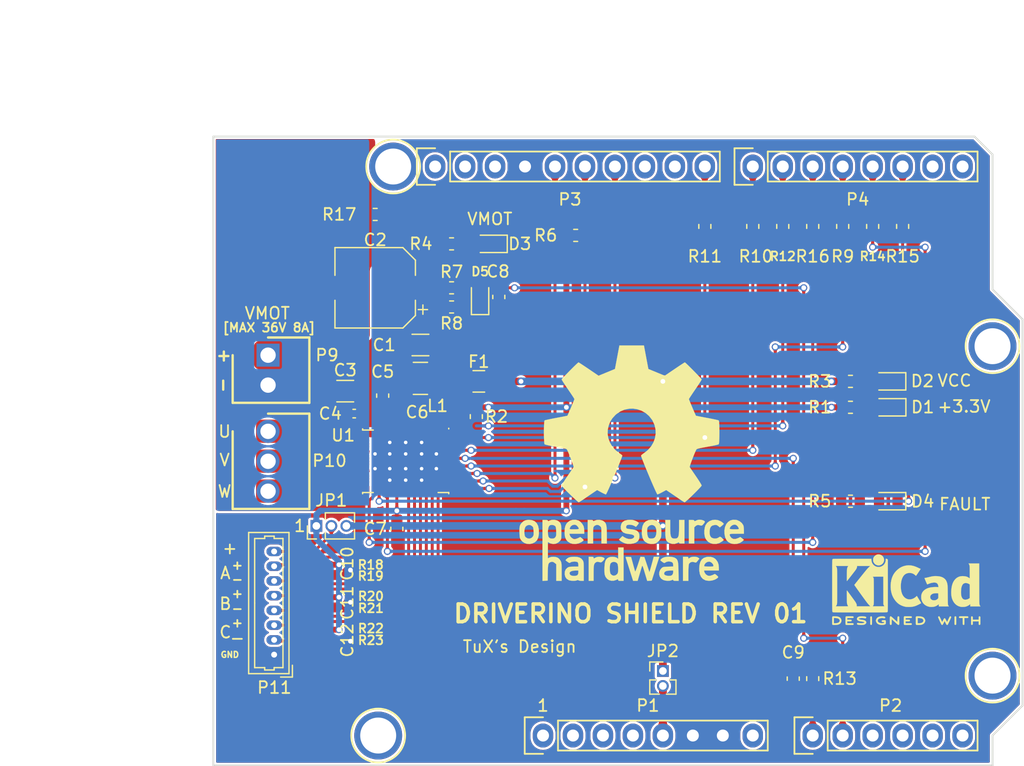
<source format=kicad_pcb>
(kicad_pcb (version 20240108) (generator "pcbnew") (generator_version "8.0")
  (title_block (date "lun. 30 mars 2015"))
  (layers (0 "F.Cu" signal) (31 "B.Cu" signal) (34 "B.Paste" user) (35 "F.Paste" user) (36 "B.SilkS" user "B.Silkscreen") (37 "F.SilkS" user "F.Silkscreen") (38 "B.Mask" user) (39 "F.Mask" user) (44 "Edge.Cuts" user))
  (net 0 "")
  (net 1 "GND")
  (net 2 "/A0")
  (net 3 "/A1")
  (net 4 "/A4(SDA)")
  (net 5 "/A5(SCL)")
  (net 6 "/8")
  (net 7 "/7")
  (net 8 "/6(**)")
  (net 9 "/5(**)")
  (net 10 "/4")
  (net 11 "/3(**)")
  (net 12 "/2")
  (net 13 "/13(SCK)")
  (net 14 "/12(MISO)")
  (net 15 "/11(**/MOSI)")
  (net 16 "/FB")
  (net 17 "GNDPWR")
  (net 18 "+36V")
  (net 19 "Net-(C5-Pad1)")
  (net 20 "Net-(C6-Pad1)")
  (net 21 "Net-(C6-Pad2)")
  (net 22 "+3.3V")
  (net 23 "/ILIM")
  (net 24 "/HAP")
  (net 25 "/HAN")
  (net 26 "/HBN")
  (net 27 "/HBP")
  (net 28 "/HCP")
  (net 29 "/HCN")
  (net 30 "Net-(D1-Pad2)")
  (net 31 "Net-(D2-Pad2)")
  (net 32 "Net-(D3-Pad2)")
  (net 33 "/FAULT")
  (net 34 "Net-(D4-Pad2)")
  (net 35 "VCC")
  (net 36 "Net-(JP1-Pad2)")
  (net 37 "/SW")
  (net 38 "/U")
  (net 39 "/V")
  (net 40 "/W")
  (net 41 "/FGOUT")
  (net 42 "/CS")
  (net 43 "/BRAKE")
  (net 44 "/PWM")
  (net 45 "/SLEEP")
  (net 46 "/DRVOFF")
  (net 47 "+5V")
  (footprint "Socket_Arduino_Uno:Socket_Strip_Arduino_1x08" (layer "F.Cu") (at 138.938 123.825)
    (property "Reference" "P1")
    (property "Value" "Power")
  )
  (footprint "Socket_Arduino_Uno:Socket_Strip_Arduino_1x06" (layer "F.Cu") (at 161.798 123.825)
    (property "Reference" "P2")
    (property "Value" "Analog")
  )
  (footprint "Socket_Arduino_Uno:Socket_Strip_Arduino_1x10" (layer "F.Cu") (at 129.794 75.565)
    (property "Reference" "P3")
    (property "Value" "Digital")
  )
  (footprint "Socket_Arduino_Uno:Socket_Strip_Arduino_1x08" (layer "F.Cu") (at 156.718 75.565)
    (property "Reference" "P4")
    (property "Value" "Digital")
  )
  (footprint "Socket_Arduino_Uno:Arduino_1pin" (layer "F.Cu") (at 124.968 123.825)
    (property "Reference" "P5" (hide yes))
    (property "Value" "CONN_01X01" (hide yes))
  )
  (footprint "Socket_Arduino_Uno:Arduino_1pin" (layer "F.Cu") (at 177.038 118.745)
    (property "Reference" "P6" (hide yes))
    (property "Value" "CONN_01X01" (hide yes))
  )
  (footprint "Socket_Arduino_Uno:Arduino_1pin" (layer "F.Cu") (at 126.238 75.565)
    (property "Reference" "P7" (hide yes))
    (property "Value" "CONN_01X01" (hide yes))
  )
  (footprint "Socket_Arduino_Uno:Arduino_1pin" (layer "F.Cu") (at 177.038 90.805)
    (property "Reference" "P8" (hide yes))
    (property "Value" "CONN_01X01" (hide yes))
  )
  (footprint "Capacitor_SMD:C_0402_1005Metric" (layer "F.Cu") (at 122.936 96.52)
    (property "Reference" "C4")
    (property "Value" "100nF")
  )
  (footprint "Driverino-Shield:C_0603_1608Metric" (layer "F.Cu") (at 126.548 106.299 -90)
    (property "Reference" "C7")
    (property "Value" "1uF")
  )
  (footprint "Driverino-Shield:C_0603_1608Metric" (layer "F.Cu") (at 135.1915 86.627 90)
    (property "Reference" "C8")
    (property "Value" "100nF")
  )
  (footprint "Driverino-Shield:C_0603_1608Metric" (layer "F.Cu") (at 160.147 118.999 90)
    (property "Reference" "C9")
    (property "Value" "100nF")
  )
  (footprint "Capacitor_SMD:C_0402_1005Metric" (layer "F.Cu") (at 118.3475 109.823 90)
    (property "Reference" "C10")
    (property "Value" "100nF")
  )
  (footprint "Capacitor_SMD:C_0402_1005Metric" (layer "F.Cu") (at 118.3475 115.331 90)
    (property "Reference" "C12")
    (property "Value" "100nF")
  )
  (footprint "Driverino-Shield:LED_0603_1608Metric" (layer "F.Cu") (at 168.204 93.787 180)
    (property "Reference" "D2")
    (property "Value" "BLUE")
  )
  (footprint "Driverino-Shield:LED_0603_1608Metric" (layer "F.Cu") (at 134.422 82.1245 180)
    (property "Reference" "D3")
    (property "Value" "GREEN")
  )
  (footprint "Driverino-Shield:LED_0603_1608Metric" (layer "F.Cu") (at 168.204 103.9495 180)
    (property "Reference" "D4")
    (property "Value" "BLUE")
  )
  (footprint "Resistor_SMD:R_0603_1608Metric" (layer "F.Cu") (at 133.2865 96.774 -90)
    (property "Reference" "R2")
    (property "Value" "5.1k")
  )
  (footprint "Resistor_SMD:R_0603_1608Metric" (layer "F.Cu") (at 164.998 93.787)
    (property "Reference" "R3")
    (property "Value" "1k")
  )
  (footprint "Resistor_SMD:R_0603_1608Metric" (layer "F.Cu") (at 131.188 82.1245)
    (property "Reference" "R4")
    (property "Value" "4.7k")
  )
  (footprint "Resistor_SMD:R_0603_1608Metric" (layer "F.Cu") (at 164.998 103.9495)
    (property "Reference" "R5")
    (property "Value" "1k")
  )
  (footprint "Resistor_SMD:R_0603_1608Metric" (layer "F.Cu") (at 141.7065 81.407)
    (property "Reference" "R6")
    (property "Value" "5.1k")
  )
  (footprint "Resistor_SMD:R_0603_1608Metric" (layer "F.Cu") (at 131.188 85.852 180)
    (property "Reference" "R7")
    (property "Value" "1k")
  )
  (footprint "Resistor_SMD:R_0603_1608Metric" (layer "F.Cu") (at 164.338 80.645 -90)
    (property "Reference" "R9")
    (property "Value" "0R")
  )
  (footprint "Resistor_SMD:R_0603_1608Metric" (layer "F.Cu") (at 156.718 80.645 -90)
    (property "Reference" "R10")
    (property "Value" "0R")
  )
  (footprint "Resistor_SMD:R_0603_1608Metric" (layer "F.Cu") (at 159.258 80.645 -90)
    (property "Reference" "R12")
    (property "Value" "0R")
  )
  (footprint "Resistor_SMD:R_0603_1608Metric" (layer "F.Cu") (at 161.798 118.999 -90)
    (property "Reference" "R13")
    (property "Value" "1k")
  )
  (footprint "Resistor_SMD:R_0603_1608Metric" (layer "F.Cu") (at 166.878 80.645 -90)
    (property "Reference" "R14")
    (property "Value" "0R")
  )
  (footprint "Resistor_SMD:R_0603_1608Metric" (layer "F.Cu") (at 169.418 80.645 -90)
    (property "Reference" "R15")
    (property "Value" "0R")
  )
  (footprint "Resistor_SMD:R_0603_1608Metric" (layer "F.Cu") (at 161.798 80.645 -90)
    (property "Reference" "R16")
    (property "Value" "0R")
  )
  (footprint "Resistor_SMD:R_0603_1608Metric" (layer "F.Cu") (at 124.714 79.629)
    (property "Reference" "R17")
    (property "Value" "0R")
  )
  (footprint "Resistor_SMD:R_0402_1005Metric" (layer "F.Cu") (at 120.3475 109.338)
    (property "Reference" "R18")
    (property "Value" "10k")
  )
  (footprint "Resistor_SMD:R_0402_1005Metric" (layer "F.Cu") (at 120.3475 112.092)
    (property "Reference" "R20")
    (property "Value" "10k")
  )
  (footprint "Resistor_SMD:R_0402_1005Metric" (layer "F.Cu") (at 120.3475 113.062)
    (property "Reference" "R21")
    (property "Value" "0R")
  )
  (footprint "Resistor_SMD:R_0402_1005Metric" (layer "F.Cu") (at 120.3475 114.846)
    (property "Reference" "R22")
    (property "Value" "10k")
  )
  (footprint "Resistor_SMD:R_0402_1005Metric" (layer "F.Cu") (at 120.3475 115.816)
    (property "Reference" "R23")
    (property "Value" "0R")
  )
  (footprint "Resistor_SMD:R_0603_1608Metric" (layer "F.Cu") (at 164.998 95.9865)
    (property "Reference" "R1")
    (property "Value" "1k")
  )
  (footprint "Driverino-Shield:LED_0603_1608Metric" (layer "F.Cu") (at 168.2115 95.9865 180)
    (property "Reference" "D1")
    (property "Value" "ORANGE")
  )
  (footprint "Driverino-Shield:QFN-40_EP_5x7_Pitch0.5mm" (layer "F.Cu") (at 127.298 100.565 -90)
    (property "Reference" "U1")
    (property "Value" "MCT8316Z")
  )
  (footprint "Driverino-Shield:39773-0002" (layer "F.Cu") (at 115.6335 91.565 -90)
    (property "Reference" "P9")
    (property "Value" "PWR")
  )
  (footprint "Driverino-Shield:CP_Elec_6.3x7.7" (layer "F.Cu") (at 124.714 85.852 180)
    (property "Reference" "C2")
    (property "Value" "150uF")
  )
  (footprint "Driverino-Shield:Molex_PicoBlade_53047-0810_1x08_P1.25mm_Vertical" (layer "F.Cu") (at 116.1475 116.965 90)
    (property "Reference" "P11")
    (property "Value" "HALL")
  )
  (footprint "Resistor_SMD:R_0402_1005Metric" (layer "F.Cu") (at 120.3475 110.308)
    (property "Reference" "R19")
    (property "Value" "0R")
  )
  (footprint "Capacitor_SMD:C_0402_1005Metric" (layer "F.Cu") (at 118.3475 112.577 90)
    (property "Reference" "C11")
    (property "Value" "100nF")
  )
  (footprint "Resistor_SMD:R_0603_1608Metric" (layer "F.Cu") (at 152.654 80.645 -90)
    (property "Reference" "R11")
    (property "Value" "0R")
  )
  (footprint "Connector_PinHeader_1.27mm:PinHeader_1x03_P1.27mm_Vertical" (layer "F.Cu") (at 120.998 106.045 90)
    (property "Reference" "JP1")
    (property "Value" "HAL_SEL")
  )
  (footprint "Diode_SMD:D_0603_1608Metric" (layer "F.Cu") (at 133.604 86.6395 90)
    (property "Reference" "D5")
    (property "Value" "Vz=5V")
  )
  (footprint "Resistor_SMD:R_0603_1608Metric" (layer "F.Cu") (at 131.191 87.4776 180)
    (property "Reference" "R8")
    (property "Value" "1k")
  )
  (footprint "Symbol:OSHW-Logo_19x20mm_SilkScreen" (layer "F.Cu") (at 146.431 100.711)
    (property "Reference" "REF**" (hide yes))
    (property "Value" "OSHW-Logo_19x20mm_SilkScreen" (hide yes))
  )
  (footprint "Driverino-Shield:C_1206_3216Metric" (layer "F.Cu") (at 128.5494 90.7034)
    (property "Reference" "C1")
    (property "Value" "22uF")
  )
  (footprint "Inductor_SMD:L_1210_3225Metric" (layer "F.Cu") (at 128.548 93.533 180)
    (property "Reference" "L1")
    (property "Value" "47uH")
  )
  (footprint "Driverino-Shield:C_0603_1608Metric" (layer "F.Cu") (at 125.349 94.996 90)
    (property "Reference" "C5")
    (property "Value" "1uF")
  )
  (footprint "Capacitor_SMD:C_0402_1005Metric" (layer "F.Cu") (at 126.8095 96.393 90)
    (property "Reference" "C6")
    (property "Value" "10nF")
  )
  (footprint "Capacitor_SMD:C_1206_3216Metric" (layer "F.Cu") (at 122.174 94.615)
    (property "Reference" "C3")
    (property "Value" "10uF")
  )
  (footprint "Connector_PinHeader_1.27mm:PinHeader_1x02_P1.27mm_Vertical" (layer "F.Cu") (at 149.098 118.349)
    (property "Reference" "JP2")
    (property "Value" "VCC_SEL")
  )
  (footprint "Driverino-Shield:39773-0003" (layer "F.Cu") (at 115.6335 100.565 -90)
    (property "Reference" "P10")
    (property "Value" "MOT")
  )
  (footprint "Symbol:KiCad-Logo2_5mm_SilkScreen" (layer "F.Cu") (at 169.7228 111.4425)
    (property "Reference" "REF**" (hide yes))
    (property "Value" "KiCad-Logo2_5mm_SilkScreen" (hide yes))
  )
  (footprint "Fuse:Fuse_1206_3216Metric_Castellated" (layer "F.Cu") (at 133.498 93.787 180)
    (property "Reference" "F1")
    (property "Value" "200mA")
  )
  (gr_line (start 177.038 74.549) (end 175.514 73.025) (stroke (width 0.15)) (layer "Edge.Cuts"))
  (gr_line (start 110.998 73.025) (end 110.998 126.365) (stroke (width 0.15)) (layer "Edge.Cuts"))
  (gr_line (start 179.578 121.285) (end 179.578 88.519) (stroke (width 0.15)) (layer "Edge.Cuts"))
  (gr_line (start 177.038 85.979) (end 177.038 74.549) (stroke (width 0.15)) (layer "Edge.Cuts"))
  (gr_line (start 177.038 123.825) (end 179.578 121.285) (stroke (width 0.15)) (layer "Edge.Cuts"))
  (gr_line (start 179.578 88.519) (end 177.038 85.979) (stroke (width 0.15)) (layer "Edge.Cuts"))
  (gr_line (start 175.514 73.025) (end 110.998 73.025) (stroke (width 0.15)) (layer "Edge.Cuts"))
  (gr_line (start 177.038 126.365) (end 177.038 123.825) (stroke (width 0.15)) (layer "Edge.Cuts"))
  (gr_line (start 110.998 126.365) (end 177.038 126.365) (stroke (width 0.15)) (layer "Edge.Cuts"))
  (gr_text "+" (at 113.03 111.887 180) (layer "F.SilkS") (effects (font (size 0.75 0.75))))
  (gr_text "-" (at 113.03 113.157 180) (layer "F.SilkS") (effects (font (size 0.75 0.75))))
  (gr_text "+" (at 113.03 114.3635 180) (layer "F.SilkS") (effects (font (size 0.75 0.75))))
  (gr_text "-" (at 113.03 115.697 180) (layer "F.SilkS") (effects (font (size 1 1))))
  (gr_text "-" (at 111.76 94.107 90) (layer "F.SilkS") (effects (font (size 1 1) (thickness 0.2))))
  (gr_text "VCC\n" (at 173.815476 93.7195 0) (layer "F.SilkS") (effects (font (size 1 1))))
  (gr_text "VMOT" (at 134.4295 80.01 0) (layer "F.SilkS") (effects (font (size 1 1))))
  (gr_text "FAULT" (at 174.6885 104.2035 0) (layer "F.SilkS") (effects (font (size 1 1))))
  (gr_text "A" (at 112.014 110.0455 0) (layer "F.SilkS") (effects (font (size 1 1))))
  (gr_text "B" (at 112.014 112.649 0) (layer "F.SilkS") (effects (font (size 1 1))))
  (gr_text "-" (at 113.03 110.6805 180) (layer "F.SilkS") (effects (font (size 0.75 0.75))))
  (gr_text "W" (at 111.9505 103.124 0) (layer "F.SilkS") (effects (font (size 1 1))))
  (gr_text "1" (at 118.3259 106.045 0) (layer "F.SilkS") (effects (font (size 1 1))))
  (gr_text "+" (at 113.03 109.474 180) (layer "F.SilkS") (effects (font (size 0.75 0.75))))
  (gr_text "GND" (at 112.395 116.967 0) (layer "F.SilkS") (effects (font (size 0.5 0.5) (thickness 0.125))))
  (gr_text "DRIVERINO SHIELD REV 01" (at 146.3548 113.4872 0) (layer "F.SilkS") (effects (font (size 1.5 1.5) (thickness 0.3))))
  (gr_text "V" (at 111.9505 100.457 0) (layer "F.SilkS") (effects (font (size 1 1))))
  (gr_text "U" (at 111.9505 98.044 0) (layer "F.SilkS") (effects (font (size 1 1))))
  (gr_text "+3.3V" (at 174.625 95.919 0) (layer "F.SilkS") (effects (font (size 1 1))))
  (gr_text "C" (at 112.014 115.062 0) (layer "F.SilkS") (effects (font (size 1 1))))
  (gr_text "TuX's Design" (at 136.9568 116.2812 0) (layer "F.SilkS") (effects (font (size 1 1))))
  (gr_text "+" (at 111.887 91.567 0) (layer "F.SilkS") (effects (font (size 1 1) (thickness 0.2))))
  (gr_text "1" (at 138.938 121.285 0) (layer "F.SilkS") (effects (font (size 1 1))))
  (gr_text "+" (at 112.395 108.077 180) (layer "F.SilkS") (effects (font (size 1 1)) (justify mirror)))
  (gr_text "VMOT" (at 115.57 88.011 0) (layer "F.SilkS") (effects (font (size 1 1))))
  (gr_text "[MAX 36V 8A]" (at 115.7097 89.2302 0) (layer "F.SilkS") (effects (font (size 0.75 0.75))))
  (segment (start 120.8405 115.824) (end 120.8325 115.816) (width 0.25) (layer "F.Cu") (net 1))
  (segment (start 122.0785 113.062) (end 122.6185 112.522) (width 0.25) (layer "F.Cu") (net 1))
  (segment (start 122.102 110.308) (end 120.8325 110.308) (width 0.25) (layer "F.Cu") (net 1))
  (segment (start 122.6185 109.7915) (end 122.102 110.308) (width 0.25) (layer "F.Cu") (net 1))
  (segment (start 122.6185 115.824) (end 120.8405 115.824) (width 0.25) (layer "F.Cu") (net 1))
  (segment (start 120.8325 113.062) (end 122.0785 113.062) (width 0.25) (layer "F.Cu") (net 1))
  (via (at 122.6185 115.824) (size 0.6) (drill 0.4) (layers "F.Cu" "B.Cu") (net 1))
  (via (at 122.6185 109.7915) (size 0.6) (drill 0.4) (layers "F.Cu" "B.Cu") (net 1))
  (via (at 122.6185 112.522) (size 0.6) (drill 0.4) (layers "F.Cu" "B.Cu") (net 1))
  (segment (start 122.6185 112.522) (end 122.6185 109.7915) (width 0.25) (layer "B.Cu") (net 1))
  (segment (start 122.6185 112.522) (end 122.6185 115.824) (width 0.25) (layer "B.Cu") (net 1))
  (segment (start 161.798 123.825) (end 161.798 119.7865) (width 0.25) (layer "F.Cu") (net 2))
  (segment (start 131.9755 85.852) (end 133.604 85.852) (width 0.25) (layer "F.Cu") (net 3))
  (segment (start 131.9785 85.855) (end 131.9755 85.852) (width 0.25) (layer "F.Cu") (net 3))
  (segment (start 161.036 85.852) (end 161.036 114.9604) (width 0.25) (layer "F.Cu") (net 3))
  (segment (start 164.338 118.872) (end 164.338 115.57) (width 0.25) (layer "F.Cu") (net 3))
  (segment (start 161.036 114.9604) (end 161.036 115.57) (width 0.25) (layer "F.Cu") (net 3))
  (segment (start 135.1915 85.852) (end 136.525 85.852) (width 0.25) (layer "F.Cu") (net 3))
  (segment (start 131.9785 87.4776) (end 131.9785 85.855) (width 0.25) (layer "F.Cu") (net 3))
  (segment (start 133.604 85.852) (end 135.1915 85.852) (width 0.25) (layer "F.Cu") (net 3))
  (segment (start 164.338 118.872) (end 164.338 123.825) (width 0.25) (layer "F.Cu") (net 3))
  (via (at 161.036 115.57) (size 0.6) (drill 0.4) (layers "F.Cu" "B.Cu") (net 3))
  (via (at 164.338 115.57) (size 0.6) (drill 0.4) (layers "F.Cu" "B.Cu") (net 3))
  (via (at 161.036 85.852) (size 0.6) (drill 0.4) (layers "F.Cu" "B.Cu") (net 3))
  (via (at 136.525 85.852) (size 0.6) (drill 0.4) (layers "F.Cu" "B.Cu") (net 3))
  (segment (start 161.036 115.57) (end 164.338 115.57) (width 0.25) (layer "B.Cu") (net 3))
  (segment (start 136.525 85.852) (end 161.036 85.852) (width 0.25) (layer "B.Cu") (net 3))
  (segment (start 152.654 79.8575) (end 152.654 75.565) (width 0.25) (layer "F.Cu") (net 6))
  (segment (start 156.718 79.8575) (end 156.718 75.565) (width 0.25) (layer "F.Cu") (net 7))
  (segment (start 159.258 79.8575) (end 159.258 75.565) (width 0.25) (layer "F.Cu") (net 8))
  (segment (start 161.798 79.8575) (end 161.798 75.565) (width 0.25) (layer "F.Cu") (net 9))
  (segment (start 164.338 79.8575) (end 164.338 75.565) (width 0.25) (layer "F.Cu") (net 10))
  (segment (start 166.878 79.8575) (end 166.878 75.565) (width 0.25) (layer "F.Cu") (net 11))
  (segment (start 169.418 79.8575) (end 169.418 75.565) (width 0.25) (layer "F.Cu") (net 12))
  (segment (start 139.954 75.565) (end 139.954 101.981) (width 0.25) (layer "F.Cu") (net 13))
  (segment (start 131.603089 101.315) (end 130.698 101.315) (width 0.25) (layer "F.Cu") (net 13))
  (segment (start 133.35 101.6) (end 131.888089 101.6) (width 0.25) (layer "F.Cu") (net 13))
  (segment (start 131.888089 101.6) (end 131.603089 101.315) (width 0.25) (layer "F.Cu") (net 13))
  (via (at 133.35 101.6) (size 0.6) (drill 0.4) (layers "F.Cu" "B.Cu") (net 13))
  (via (at 139.954 101.981) (size 0.6) (drill 0.4) (layers "F.Cu" "B.Cu") (net 13))
  (segment (start 133.35 101.6) (end 139.573 101.6) (width 0.25) (layer "B.Cu") (net 13))
  (segment (start 139.573 101.6) (end 139.954 101.981) (width 0.25) (layer "B.Cu") (net 13))
  (segment (start 142.494 83.439) (end 142.494 81.407) (width 0.25) (layer "F.Cu") (net 14))
  (segment (start 131.253 102.87) (end 134.366 102.87) (width 0.25) (layer "F.Cu") (net 14))
  (segment (start 130.698 102.315) (end 131.253 102.87) (width 0.25) (layer "F.Cu") (net 14))
  (segment (start 142.494 102.743) (end 142.494 83.439) (width 0.25) (layer "F.Cu") (net 14))
  (segment (start 142.494 81.407) (end 142.494 79.8575) (width 0.25) (layer "F.Cu") (net 14))
  (segment (start 142.494 79.8575) (end 142.494 75.565) (width 0.25) (layer "F.Cu") (net 14))
  (via (at 134.366 102.87) (size 0.6) (drill 0.4) (layers "F.Cu" "B.Cu") (net 14))
  (via (at 142.494 102.743) (size 0.6) (drill 0.4) (layers "F.Cu" "B.Cu") (net 14))
  (segment (start 140.335 103.124) (end 140.716 102.743) (width 0.25) (layer "B.Cu") (net 14))
  (segment (start 139.319 102.87) (end 139.573 103.124) (width 0.25) (layer "B.Cu") (net 14))
  (segment (start 134.366 102.87) (end 139.319 102.87) (width 0.25) (layer "B.Cu") (net 14))
  (segment (start 139.573 103.124) (end 140.335 103.124) (width 0.25) (layer "B.Cu") (net 14))
  (segment (start 140.716 102.743) (end 142.494 102.743) (width 0.25) (layer "B.Cu") (net 14))
  (segment (start 145.034 101.981) (end 145.034 75.565) (width 0.25) (layer "F.Cu") (net 15))
  (segment (start 131.886678 102.235) (end 133.858 102.235) (width 0.25) (layer "F.Cu") (net 15))
  (segment (start 130.698 101.815) (end 131.466678 101.815) (width 0.25) (layer "F.Cu") (net 15))
  (segment (start 131.466678 101.815) (end 131.886678 102.235) (width 0.25) (layer "F.Cu") (net 15))
  (via (at 145.034 101.981) (size 0.6) (drill 0.4) (layers "F.Cu" "B.Cu") (net 15))
  (via (at 133.858 102.235) (size 0.6) (drill 0.4) (layers "F.Cu" "B.Cu") (net 15))
  (segment (start 145.034 101.981) (end 140.84159 101.981) (width 0.25) (layer "B.Cu") (net 15))
  (segment (start 139.7594 102.673989) (end 139.32041 102.235) (width 0.25) (layer "B.Cu") (net 15))
  (segment (start 140.84159 101.981) (end 140.148601 102.673989) (width 0.25) (layer "B.Cu") (net 15))
  (segment (start 140.148601 102.673989) (end 139.7594 102.673989) (width 0.25) (layer "B.Cu") (net 15))
  (segment (start 139.32041 102.235) (end 133.858 102.235) (width 0.25) (layer "B.Cu") (net 15))
  (segment (start 130.4005 85.852) (end 130.4005 82.1245) (width 0.25) (layer "F.Cu") (net 18))
  (segment (start 127.414 85.852) (end 130.4005 85.852) (width 0.25) (layer "F.Cu") (net 18))
  (segment (start 130.4005 82.1525) (end 130.4285 82.1245) (width 0.25) (layer "F.Cu") (net 18))
  (segment (start 127.901 85.365) (end 127.414 85.852) (width 0.25) (layer "F.Cu") (net 18))
  (segment (start 125.362 96.623654) (end 125.362 95.8215) (width 0.25) (layer "F.Cu") (net 19))
  (segment (start 126.548 97.809654) (end 125.362 96.623654) (width 0.25) (layer "F.Cu") (net 19))
  (segment (start 126.548 98.165) (end 126.548 97.809654) (width 0.25) (layer "F.Cu") (net 19))
  (segment (start 126.8095 97.409) (end 126.8095 96.878) (width 0.25) (layer "F.Cu") (net 20))
  (segment (start 127.048 98.165) (end 127.048 97.6475) (width 0.25) (layer "F.Cu") (net 20))
  (segment (start 127.048 97.6475) (end 126.8095 97.409) (width 0.25) (layer "F.Cu") (net 20))
  (segment (start 127.548 96.628268) (end 126.827732 95.908) (width 0.25) (layer "F.Cu") (net 21))
  (segment (start 126.827732 95.908) (end 126.8095 95.908) (width 0.25) (layer "F.Cu") (net 21))
  (segment (start 127.548 98.165) (end 127.548 96.628268) (width 0.25) (layer "F.Cu") (net 21))
  (segment (start 126.548 104.762) (end 126.548 102.965) (width 0.25) (layer "F.Cu") (net 22))
  (segment (start 140.919 95.9995) (end 140.919 104.7625) (width 0.5) (layer "F.Cu") (net 22))
  (segment (start 120.8325 112.092) (end 121.6453 112.092) (width 0.5) (layer "F.Cu") (net 22))
  (segment (start 163.388998 95.9865) (end 164.2105 95.9865) (width 0.5) (layer "F.Cu") (net 22))
  (segment (start 120.8325 114.846) (end 121.6453 114.846) (width 0.5) (layer "F.Cu") (net 22))
  (segment (start 133.2865 95.9865) (end 134.3152 95.9865) (width 0.5) (layer "F.Cu") (net 22))
  (segment (start 140.919 81.407) (end 140.919 95.9995) (width 0.5) (layer "F.Cu") (net 22))
  (segment (start 126.548 105.524) (end 126.548 104.762) (width 0.25) (layer "F.Cu") (net 22))
  (segment (start 120.8325 109.338) (end 121.6453 109.338) (width 0.5) (layer "F.Cu") (net 22))
  (segment (start 164.2105 95.9865) (end 164.2105 103.9495) (width 0.5) (layer "F.Cu") (net 22))
  (segment (start 140.919 104.7625) (end 140.9065 104.775) (width 0.5) (layer "F.Cu") (net 22))
  (via (at 126.548 104.762) (size 0.6) (drill 0.4) (layers "F.Cu" "B.Cu") (net 22))
  (via (at 163.388998 95.9865) (size 0.6) (drill 0.4) (layers "F.Cu" "B.Cu") (net 22))
  (via (at 121.6453 114.846) (size 0.6) (drill 0.4) (layers "F.Cu" "B.Cu") (net 22))
  (via (at 134.3152 95.9865) (size 0.6) (drill 0.4) (layers "F.Cu" "B.Cu") (net 22))
  (via (at 140.9065 104.762) (size 0.6) (drill 0.4) (layers "F.Cu" "B.Cu") (net 22))
  (via (at 121.6453 112.092) (size 0.6) (drill 0.4) (layers "F.Cu" "B.Cu") (net 22))
  (via (at 140.919 95.9865) (size 0.6) (drill 0.4) (layers "F.Cu" "B.Cu") (net 22))
  (via (at 121.6453 109.338) (size 0.6) (drill 0.4) (layers "F.Cu" "B.Cu") (net 22))
  (segment (start 121.6453 112.092) (end 121.6453 114.846) (width 0.5) (layer "B.Cu") (net 22))
  (segment (start 121.6453 109.338) (end 121.6453 109.0723) (width 0.5) (layer "B.Cu") (net 22))
  (segment (start 134.3152 95.9865) (end 140.919 95.9865) (width 0.5) (layer "B.Cu") (net 22))
  (segment (start 120.79 104.762) (end 120.0534 104.762) (width 0.5) (layer "B.Cu") (net 22))
  (segment (start 119.728 107.155) (end 119.728 106.045) (width 0.5) (layer "B.Cu") (net 22))
  (segment (start 121.6453 109.338) (end 121.6453 112.092) (width 0.5) (layer "B.Cu") (net 22))
  (segment (start 137.3505 104.762) (end 140.9065 104.762) (width 0.5) (layer "B.Cu") (net 22))
  (segment (start 126.548 104.762) (end 120.79 104.762) (width 0.5) (layer "B.Cu") (net 22))
  (segment (start 126.548 104.762) (end 136.639 104.762) (width 0.5) (layer "B.Cu") (net 22))
  (segment (start 120.0534 104.762) (end 119.728 105.0874) (width 0.5) (layer "B.Cu") (net 22))
  (segment (start 140.919 95.9865) (end 163.388998 95.9865) (width 0.5) (layer "B.Cu") (net 22))
  (segment (start 119.728 105.0874) (end 119.728 106.045) (width 0.5) (layer "B.Cu") (net 22))
  (segment (start 136.639 104.762) (end 137.3505 104.762) (width 0.5) (layer "B.Cu") (net 22))
  (segment (start 121.6453 109.0723) (end 119.728 107.155) (width 0.5) (layer "B.Cu") (net 22))
  (segment (start 160.147 118.224) (end 161.7855 118.224) (width 0.25) (layer "F.Cu") (net 23))
  (segment (start 161.7855 118.224) (end 161.798 118.2115) (width 0.25) (layer "F.Cu") (net 23))
  (segment (start 132.333876 100.315) (end 132.334365 100.315489) (width 0.25) (layer "F.Cu") (net 23))
  (segment (start 160.147 100.315) (end 160.147 118.224) (width 0.25) (layer "F.Cu") (net 23))
  (segment (start 130.698 100.315) (end 132.333876 100.315) (width 0.25) (layer "F.Cu") (net 23))
  (via (at 160.147 100.315) (size 0.6) (drill 0.4) (layers "F.Cu" "B.Cu") (net 23))
  (via (at 132.334365 100.315489) (size 0.6) (drill 0.4) (layers "F.Cu" "B.Cu") (net 23))
  (segment (start 133.396001 100.320001) (end 132.338877 100.320001) (width 0.25) (layer "B.Cu") (net 23))
  (segment (start 160.147 100.315) (end 133.401002 100.315) (width 0.25) (layer "B.Cu") (net 23))
  (segment (start 133.401002 100.315) (end 133.396001 100.320001) (width 0.25) (layer "B.Cu") (net 23))
  (segment (start 132.338877 100.320001) (end 132.334365 100.315489) (width 0.25) (layer "B.Cu") (net 23))
  (segment (start 116.2745 109.338) (end 116.1475 109.465) (width 0.25) (layer "F.Cu") (net 24))
  (segment (start 127.548 108.6466) (end 127.548 102.965) (width 0.25) (layer "F.Cu") (net 24))
  (segment (start 123.571 109.347) (end 126.8476 109.347) (width 0.25) (layer "F.Cu") (net 24))
  (segment (start 119.8625 109.309) (end 120.47851 108.69299) (width 0.25) (layer "F.Cu") (net 24))
  (segment (start 120.47851 108.69299) (end 122.91699 108.69299) (width 0.25) (layer "F.Cu") (net 24))
  (segment (start 119.8625 109.338) (end 119.8625 109.309) (width 0.25) (layer "F.Cu") (net 24))
  (segment (start 126.8476 109.347) (end 127.548 108.6466) (width 0.25) (layer "F.Cu") (net 24))
  (segment (start 118.3475 109.338) (end 116.2745 109.338) (width 0.25) (layer "F.Cu") (net 24))
  (segment (start 122.91699 108.69299) (end 123.571 109.347) (width 0.25) (layer "F.Cu") (net 24))
  (segment (start 118.3475 109.338) (end 119.8625 109.338) (width 0.25) (layer "F.Cu") (net 24))
  (segment (start 117.9405 110.715) (end 118.3475 110.308) (width 0.25) (layer "F.Cu") (net 25))
  (segment (start 128.048 108.807) (end 125.90199 110.95301) (width 0.25) (layer "F.Cu") (net 25))
  (segment (start 128.048 102.965) (end 128.048 108.807) (width 0.25) (layer "F.Cu") (net 25))
  (segment (start 120.21249 110.676222) (end 120.21249 110.65799) (width 0.25) (layer "F.Cu") (net 25))
  (segment (start 116.1475 110.715) (end 117.9405 110.715) (width 0.25) (layer "F.Cu") (net 25))
  (segment (start 118.3475 110.308) (end 119.8625 110.308) (width 0.25) (layer "F.Cu") (net 25))
  (segment (start 120.21249 110.65799) (end 119.8625 110.308) (width 0.25) (layer "F.Cu") (net 25))
  (segment (start 125.90199 110.95301) (end 120.489278 110.95301) (width 0.25) (layer "F.Cu") (net 25))
  (segment (start 120.489278 110.95301) (end 120.21249 110.676222) (width 0.25) (layer "F.Cu") (net 25))
  (segment (start 119.8625 113.068) (end 120.21249 113.41799) (width 0.25) (layer "F.Cu") (net 26))
  (segment (start 118.3475 113.062) (end 119.8625 113.062) (width 0.25) (layer "F.Cu") (net 26))
  (segment (start 120.489278 113.70701) (end 124.51959 113.70701) (width 0.25) (layer "F.Cu") (net 26))
  (segment (start 119.8625 113.062) (end 119.8625 113.068) (width 0.25) (layer "F.Cu") (net 26))
  (segment (start 124.51959 113.70701) (end 129.048 109.1786) (width 0.25) (layer "F.Cu") (net 26))
  (segment (start 116.1475 113.215) (end 118.1945 113.215) (width 0.25) (layer "F.Cu") (net 26))
  (segment (start 118.1945 113.215) (end 118.3475 113.062) (width 0.25) (layer "F.Cu") (net 26))
  (segment (start 120.21249 113.41799) (end 120.21249 113.430222) (width 0.25) (layer "F.Cu") (net 26))
  (segment (start 129.048 109.1786) (end 129.048 102.965) (width 0.25) (layer "F.Cu") (net 26))
  (segment (start 120.21249 113.430222) (end 120.489278 113.70701) (width 0.25) (layer "F.Cu") (net 26))
  (segment (start 119.8625 112.03177) (end 120.49125 111.40302) (width 0.25) (layer "F.Cu") (net 27))
  (segment (start 126.16318 111.40302) (end 128.548 109.0182) (width 0.25) (layer "F.Cu") (net 27))
  (segment (start 118.2205 111.965) (end 118.3475 112.092) (width 0.25) (layer "F.Cu") (net 27))
  (segment (start 116.1475 111.965) (end 118.2205 111.965) (width 0.25) (layer "F.Cu") (net 27))
  (segment (start 128.548 109.0182) (end 128.548 102.965) (width 0.25) (layer "F.Cu") (net 27))
  (segment (start 120.49125 111.40302) (end 126.16318 111.40302) (width 0.25) (layer "F.Cu") (net 27))
  (segment (start 119.8625 112.092) (end 119.8625 112.03177) (width 0.25) (layer "F.Cu") (net 27))
  (segment (start 118.3475 112.092) (end 119.8625 112.092) (width 0.25) (layer "F.Cu") (net 27))
  (segment (start 120.47548 114.15702) (end 124.72998 114.15702) (width 0.25) (layer "F.Cu") (net 28))
  (segment (start 117.9665 114.465) (end 118.3475 114.846) (width 0.25) (layer "F.Cu") (net 28))
  (segment (start 119.8625 114.77) (end 120.47548 114.15702) (width 0.25) (layer "F.Cu") (net 28))
  (segment (start 119.8625 114.846) (end 119.8625 114.77) (width 0.25) (layer "F.Cu") (net 28))
  (segment (start 124.72998 114.15702) (end 129.548 109.339) (width 0.25) (layer "F.Cu") (net 28))
  (segment (start 129.548 109.339) (end 129.548 102.965) (width 0.25) (layer "F.Cu") (net 28))
  (segment (start 116.1475 114.465) (end 117.9665 114.465) (width 0.25) (layer "F.Cu") (net 28))
  (segment (start 118.3475 114.846) (end 119.8625 114.846) (width 0.25) (layer "F.Cu") (net 28))
  (segment (start 116.2485 115.816) (end 116.1475 115.715) (width 0.25) (layer "F.Cu") (net 29))
  (segment (start 118.3475 115.816) (end 116.2485 115.816) (width 0.25) (layer "F.Cu") (net 29))
  (segment (start 123.062401 116.46101) (end 130.048 109.475411) (width 0.25) (layer "F.Cu") (net 29))
  (segment (start 130.048 109.475411) (end 130.048 102.965) (width 0.25) (layer "F.Cu") (net 29))
  (segment (start 119.8625 115.816) (end 119.8625 116.136) (width 0.25) (layer "F.Cu") (net 29))
  (segment (start 119.8625 116.136) (end 120.18751 116.46101) (width 0.25) (layer "F.Cu") (net 29))
  (segment (start 120.18751 116.46101) (end 123.062401 116.46101) (width 0.25) (layer "F.Cu") (net 29))
  (segment (start 118.3475 115.816) (end 119.8625 115.816) (width 0.25) (layer "F.Cu") (net 29))
  (segment (start 165.7855 95.9865) (end 167.424 95.9865) (width 0.25) (layer "F.Cu") (net 30))
  (segment (start 165.7855 93.787) (end 167.4165 93.787) (width 0.25) (layer "F.Cu") (net 31))
  (segment (start 131.9755 82.1245) (end 133.6345 82.1245) (width 0.25) (layer "F.Cu") (net 32))
  (segment (start 125.048 103.9495) (end 125.048 102.965) (width 0.25) (layer "F.Cu") (net 33))
  (segment (start 169.926 91.821) (end 169.418 91.313) (width 0.25) (layer "F.Cu") (net 33))
  (segment (start 169.418 91.313) (end 169.418 81.4325) (width 0.25) (layer "F.Cu") (net 33))
  (segment (start 169.926 103.9495) (end 169.926 91.821) (width 0.25) (layer "F.Cu") (net 33))
  (segment (start 169.926 103.9495) (end 168.9915 103.9495) (width 0.25) (layer "F.Cu") (net 33))
  (via (at 169.926 103.9495) (size 0.6) (drill 0.4) (layers "F.Cu" "B.Cu") (net 33))
  (via (at 125.048 103.9495) (size 0.6) (drill 0.4) (layers "F.Cu" "B.Cu") (net 33))
  (segment (start 168.776 103.9495) (end 168.5925 103.9495) (width 0.25) (layer "B.Cu") (net 33))
  (segment (start 168.5925 103.9495) (end 125.048 103.9495) (width 0.25) (layer "B.Cu") (net 33))
  (segment (start 168.5925 103.9495) (end 168.9915 103.9495) (width 0.25) (layer "B.Cu") (net 33))
  (segment (start 168.9915 103.9495) (end 169.926 103.9495) (width 0.25) (layer "B.Cu") (net 33))
  (segment (start 165.7855 103.9495) (end 167.4165 103.9495) (width 0.25) (layer "F.Cu") (net 34))
  (segment (start 149.098 93.787) (end 149.098 98.365) (width 0.64) (layer "F.Cu") (net 35))
  (segment (start 137.076 93.787) (end 134.923 93.787) (width 0.64) (layer "F.Cu") (net 35))
  (segment (start 164.2105 93.787) (end 163.388998 93.787) (width 0.64) (layer "F.Cu") (net 35))
  (segment (start 149.098 118.349) (end 149.098 98.365) (width 0.64) (layer "F.Cu") (net 35))
  (via (at 149.098 93.787) (size 0.6) (drill 0.4) (layers "F.Cu" "B.Cu") (net 35))
  (via (at 163.388998 93.787) (size 0.6) (drill 0.4) (layers "F.Cu" "B.Cu") (net 35))
  (via (at 149.098 106.045) (size 0.6) (drill 0.4) (layers "F.Cu" "B.Cu") (net 35))
  (via (at 137.076 93.787) (size 0.6) (drill 0.4) (layers "F.Cu" "B.Cu") (net 35))
  (segment (start 137.076 93.787) (end 137.076 93.787) (width 0.64) (layer "B.Cu") (net 35))
  (segment (start 149.098 93.787) (end 137.076 93.787) (width 0.64) (layer "B.Cu") (net 35))
  (segment (start 149.1005 93.787) (end 149.098 93.787) (width 0.64) (layer "B.Cu") (net 35))
  (segment (start 122.268 106.045) (end 149.098 106.045) (width 0.64) (layer "B.Cu") (net 35))
  (segment (start 149.098 93.787) (end 163.383 93.787) (width 0.64) (layer "B.Cu") (net 35))
  (segment (start 116.1475 108.215) (end 119.535106 108.215) (width 0.25) (layer "F.Cu") (net 36))
  (segment (start 119.535106 108.215) (end 120.998 106.752106) (width 0.25) (layer "F.Cu") (net 36))
  (segment (start 120.998 106.752106) (end 120.998 106.045) (width 0.25) (layer "F.Cu") (net 36))
  (segment (start 133.2865 97.5995) (end 133.2865 97.5615) (width 0.25) (layer "F.Cu") (net 41))
  (segment (start 130.698 98.815) (end 131.8126 97.7004) (width 0.25) (layer "F.Cu") (net 41))
  (segment (start 159.258 97.5615) (end 159.258 97.409) (width 0.25) (layer "F.Cu") (net 41))
  (segment (start 133.2865 97.5615) (end 131.9515 97.5615) (width 0.25) (layer "F.Cu") (net 41))
  (segment (start 131.8126 97.7004) (end 131.9135 97.5995) (width 0.25) (layer "F.Cu") (net 41))
  (segment (start 133.2865 97.5615) (end 134.3152 97.5615) (width 0.25) (layer "F.Cu") (net 41))
  (segment (start 159.258 97.409) (end 159.258 81.4325) (width 0.25) (layer "F.Cu") (net 41))
  (segment (start 133.3245 97.5995) (end 133.2865 97.5615) (width 0.25) (layer "F.Cu") (net 41))
  (segment (start 131.9515 97.5615) (end 131.8126 97.7004) (width 0.25) (layer "F.Cu") (net 41))
  (via (at 134.3152 97.5615) (size 0.6) (drill 0.4) (layers "F.Cu" "B.Cu") (net 41))
  (via (at 159.258 97.5615) (size 0.6) (drill 0.4) (layers "F.Cu" "B.Cu") (net 41))
  (segment (start 133.2865 97.5615) (end 158.8135 97.5615) (width 0.25) (layer "B.Cu") (net 41))
  (segment (start 158.8135 97.5615) (end 159.258 97.5615) (width 0.25) (layer "B.Cu") (net 41))
  (segment (start 158.623 90.8685) (end 158.623 90.8685) (width 0.25) (layer "F.Cu") (net 42))
  (segment (start 158.623 100.965) (end 158.623 94.361) (width 0.25) (layer "F.Cu") (net 42))
  (segment (start 131.7395 100.815) (end 131.8895 100.965) (width 0.25) (layer "F.Cu") (net 42))
  (segment (start 158.623 94.361) (end 158.623 90.8685) (width 0.25) (layer "F.Cu") (net 42))
  (segment (start 131.8895 100.965) (end 132.842 100.965) (width 0.25) (layer "F.Cu") (net 42))
  (segment (start 164.338 90.8685) (end 164.338 81.4325) (width 0.25) (layer "F.Cu") (net 42))
  (segment (start 130.698 100.815) (end 131.7395 100.815) (width 0.25) (layer "F.Cu") (net 42))
  (via (at 158.623 100.965) (size 0.6) (drill 0.4) (layers "F.Cu" "B.Cu") (net 42))
  (via (at 132.842 100.965) (size 0.6) (drill 0.4) (layers "F.Cu" "B.Cu") (net 42))
  (via (at 164.338 90.8685) (size 0.6) (drill 0.4) (layers "F.Cu" "B.Cu") (net 42))
  (via (at 158.623 90.8685) (size 0.6) (drill 0.4) (layers "F.Cu" "B.Cu") (net 42))
  (segment (start 132.842 100.965) (end 158.242 100.965) (width 0.25) (layer "B.Cu") (net 42))
  (segment (start 162.56 90.8685) (end 164.338 90.8685) (width 0.25) (layer "B.Cu") (net 42))
  (segment (start 158.242 100.965) (end 158.623 100.965) (width 0.25) (layer "B.Cu") (net 42))
  (segment (start 158.623 90.8685) (end 162.56 90.8685) (width 0.25) (layer "B.Cu") (net 42))
  (segment (start 131.826 99.6315) (end 132.842 99.6315) (width 0.25) (layer "F.Cu") (net 43))
  (segment (start 130.698 99.815) (end 131.6425 99.815) (width 0.25) (layer "F.Cu") (net 43))
  (segment (start 131.6425 99.815) (end 131.826 99.6315) (width 0.25) (layer "F.Cu") (net 43))
  (segment (start 156.718 99.441) (end 156.718 99.2505) (width 0.25) (layer "F.Cu") (net 43))
  (segment (start 156.718 99.2505) (end 156.718 99.6315) (width 0.25) (layer "F.Cu") (net 43))
  (segment (start 156.718 99.2505) (end 156.718 81.4325) (width 0.25) (layer "F.Cu") (net 43))
  (via (at 132.842 99.6315) (size 0.6) (drill 0.4) (layers "F.Cu" "B.Cu") (net 43))
  (via (at 156.718 99.6315) (size 0.6) (drill 0.4) (layers "F.Cu" "B.Cu") (net 43))
  (segment (start 156.4005 99.6315) (end 156.718 99.6315) (width 0.25) (layer "B.Cu") (net 43))
  (segment (start 156.4005 99.6315) (end 132.842 99.6315) (width 0.25) (layer "B.Cu") (net 43))
  (segment (start 156.4005 99.6315) (end 156.5275 99.6315) (width 0.25) (layer "B.Cu") (net 43))
  (segment (start 130.698 99.315) (end 131.50609 99.315) (width 0.25) (layer "F.Cu") (net 44))
  (segment (start 152.654 81.4325) (end 152.654 94.742) (width 0.25) (layer "F.Cu") (net 44))
  (segment (start 131.50609 99.315) (end 132.26909 98.552) (width 0.25) (layer "F.Cu") (net 44))
  (segment (start 132.26909 98.552) (end 134.3152 98.552) (width 0.25) (layer "F.Cu") (net 44))
  (segment (start 152.654 98.552) (end 152.654 94.742) (width 0.25) (layer "F.Cu") (net 44))
  (via (at 134.3152 98.552) (size 0.6) (drill 0.4) (layers "F.Cu" "B.Cu") (net 44))
  (via (at 152.654 98.552) (size 0.6) (drill 0.4) (layers "F.Cu" "B.Cu") (net 44))
  (segment (start 134.366 98.552) (end 152.654 98.552) (width 0.25) (layer "B.Cu") (net 44))
  (segment (start 125.548 103.47752) (end 125.74799 103.67751) (width 0.25) (layer "F.Cu") (net 45))
  (segment (start 166.878 82.407) (end 166.878 81.4325) (width 0.25) (layer "F.Cu") (net 45))
  (segment (start 125.548 102.965) (end 125.548 103.47752) (width 0.25) (layer "F.Cu") (net 45))
  (segment (start 125.74799 108.204) (end 125.74799 103.67751) (width 0.25) (layer "F.Cu") (net 45))
  (segment (start 171.323 108.204) (end 171.323 82.407) (width 0.25) (layer "F.Cu") (net 45))
  (via (at 171.323 82.407) (size 0.6) (drill 0.4) (layers "F.Cu" "B.Cu") (net 45))
  (via (at 166.878 82.407) (size 0.6) (drill 0.4) (layers "F.Cu" "B.Cu") (net 45))
  (via (at 171.323 108.204) (size 0.6) (drill 0.4) (layers "F.Cu" "B.Cu") (net 45))
  (via (at 125.74799 108.204) (size 0.6) (drill 0.4) (layers "F.Cu" "B.Cu") (net 45))
  (segment (start 126.4285 108.204) (end 171.323 108.204) (width 0.25) (layer "B.Cu") (net 45))
  (segment (start 125.74799 108.204) (end 126.4285 108.204) (width 0.25) (layer "B.Cu") (net 45))
  (segment (start 171.323 82.407) (end 166.878 82.407) (width 0.25) (layer "B.Cu") (net 45))
  (segment (start 124.206 103.886) (end 124.206 107.442) (width 0.25) (layer "F.Cu") (net 46))
  (segment (start 124.548 103.544) (end 124.206 103.886) (width 0.25) (layer "F.Cu") (net 46))
  (segment (start 124.548 102.965) (end 124.548 103.544) (width 0.25) (layer "F.Cu") (net 46))
  (segment (start 161.798 107.442) (end 161.798 81.4325) (width 0.25) (layer "F.Cu") (net 46))
  (via (at 124.206 107.442) (size 0.6) (drill 0.4) (layers "F.Cu" "B.Cu") (net 46))
  (via (at 161.798 107.442) (size 0.6) (drill 0.4) (layers "F.Cu" "B.Cu") (net 46))
  (segment (start 124.206 107.442) (end 161.798 107.442) (width 0.25) (layer "B.Cu") (net 46))
  (segment (start 149.098 123.825) (end 149.098 119.619) (width 0.64) (layer "F.Cu") (net 47))
  (zone (net 18) (net_name "+36V") (layer "F.Cu") (priority 4) (connect_pads yes (clearance 0.16)) (min_thickness 0.16) (fill yes (thermal_gap 0.16) (thermal_bridge_width 0.508) (smoothing fillet) (radius 0.5))
    (polygon (pts (xy 129.286 86.6775) (xy 125.984 89.5985) (xy 125.984 94.996) (xy 124.587 94.996) (xy 124.587 96.52) (xy 126.238 97.917) (xy 126.238 98.552) (xy 124.841 98.552) (xy 124.841 97.663) (xy 122.936 97.663) (xy 122.936 92.7735) (xy 114.427 92.7735) (xy 114.427 90.3605) (xy 124.46 90.3605) (xy 124.46 83.947) (xy 129.286 83.947)))
  )
  (zone (net 37) (net_name "/SW") (layer "F.Cu") (priority 3) (connect_pads yes (clearance 0.16)) (min_thickness 0.16) (fill yes (thermal_gap 0.16) (thermal_bridge_width 0.508) (smoothing fillet) (radius 0.5))
    (polygon (pts (xy 128.27 92.202) (xy 128.27 98.425) (xy 127.889 98.425) (xy 127.889 95.25) (xy 126.238 95.25) (xy 126.238 92.202)))
  )
  (zone (net 38) (net_name "/U") (layer "F.Cu") (priority 2) (connect_pads yes (clearance 0.16)) (min_thickness 0.16) (fill yes (thermal_gap 0.16) (thermal_bridge_width 0.508) (smoothing fillet) (radius 0.5))
    (polygon (pts (xy 116.332 97.028) (xy 117.983 98.679) (xy 124.206 98.679) (xy 124.206 99.5045) (xy 117.4115 99.5045) (xy 116.7765 98.9965) (xy 114.6175 98.9965) (xy 114.6175 97.028)))
  )
  (zone (net 40) (net_name "/W") (layer "F.Cu") (priority 2) (connect_pads yes (clearance 0.16)) (min_thickness 0.16) (fill yes (thermal_gap 0.16) (thermal_bridge_width 0.508) (smoothing fillet) (radius 0.5))
    (polygon (pts (xy 117.4115 101.6) (xy 124.206 101.6) (xy 124.206 102.489) (xy 117.983 102.489) (xy 116.332 104.0765) (xy 114.6175 104.0765) (xy 114.6175 102.108) (xy 116.7765 102.108)))
  )
  (zone (net 39) (net_name "/V") (layer "F.Cu") (priority 2) (connect_pads yes (clearance 0.16)) (min_thickness 0.16) (fill yes (thermal_gap 0.16) (thermal_bridge_width 0.508) (smoothing fillet) (radius 0.5))
    (polygon (pts (xy 116.967 100.1395) (xy 124.206 100.1395) (xy 124.206 101.0285) (xy 116.967 101.0285) (xy 116.332 101.5365) (xy 114.6175 101.5365) (xy 114.6175 99.568) (xy 116.332 99.568)))
  )
  (zone (net 1) (net_name "GND") (layer "F.Cu") (connect_pads yes (clearance 0.16)) (min_thickness 0.16) (fill yes (thermal_gap 0.16) (thermal_bridge_width 0.508) (smoothing fillet) (radius 0.5))
    (polygon (pts (xy 177.038 74.549) (xy 177.038 85.979) (xy 179.578 88.519) (xy 179.578 121.285) (xy 177.038 123.825) (xy 177.038 126.365) (xy 110.998 126.365) (xy 110.998 104.775) (xy 124.714 104.775) (xy 124.714 73.025) (xy 175.514 73.025)))
  )
  (zone (net 17) (net_name "GNDPWR") (layer "F.Cu") (priority 1) (connect_pads yes (clearance 0.127)) (min_thickness 0.127) (fill yes (thermal_gap 0.127) (thermal_bridge_width 0.508) (smoothing fillet) (radius 0.5))
    (polygon (pts (xy 124.714 104.775) (xy 110.998 104.775) (xy 110.998 73.025) (xy 124.714 73.025)))
  )
  (zone (net 16) (net_name "/FB") (layer "F.Cu") (priority 2) (connect_pads yes (clearance 0.16)) (min_thickness 0.16) (fill yes (thermal_gap 0.16) (thermal_bridge_width 0.508) (smoothing fillet) (radius 0.5))
    (polygon (pts (xy 132.842 96.139) (xy 129.2225 96.139) (xy 129.2225 98.4885) (xy 128.905 98.4885) (xy 128.905 89.535) (xy 132.842 89.535)))
  )
  (zone (net 11) (net_name "/3(**)") (layer "F.Cu") (priority 16962) (connect_pads yes (clearance 0.2)) (min_thickness 0.0254) (fill yes (thermal_gap 0.508) (thermal_bridge_width 0.508))
    (polygon (pts (xy 167.002999 77.348128) (xy 167.007794 77.211117) (xy 167.02218 77.078633) (xy 167.046156 76.950676) (xy 167.079722 76.827246) (xy 167.122879 76.708343) (xy 167.175627 76.593967) (xy 167.237964 76.484118) (xy 167.309892 76.378796) (xy 167.391411 76.278001) (xy 167.48252 76.181733) (xy 166.878 75.1332) (xy 166.27348 76.181733) (xy 166.364588 76.278001) (xy 166.446107 76.378796) (xy 166.518035 76.484118) (xy 166.580372 76.593967) (xy 166.63312 76.708343) (xy 166.676277 76.827246) (xy 166.709843 76.950676) (xy 166.733819 77.078633) (xy 166.748205 77.211117) (xy 166.753001 77.348128)))
  )
  (zone (net 45) (net_name "/SLEEP") (layer "F.Cu") (priority 16962) (connect_pads yes (clearance 0.2)) (min_thickness 0.0254) (fill yes (thermal_gap 0.508) (thermal_bridge_width 0.508))
    (polygon (pts (xy 125.62299 107.781515) (xy 125.62214 107.806084) (xy 125.61959 107.829821) (xy 125.615339 107.852725) (xy 125.60939 107.874798) (xy 125.60174 107.896038) (xy 125.59239 107.916446) (xy 125.58134 107.936022) (xy 125.56859 107.954766) (xy 125.55414 107.972678) (xy 125.53799 107.989758) (xy 125.74799 108.354) (xy 125.95799 107.989758) (xy 125.94184 107.972678) (xy 125.92739 107.954766) (xy 125.914639 107.936022) (xy 125.90359 107.916446) (xy 125.89424 107.896038) (xy 125.88659 107.874798) (xy 125.88064 107.852725) (xy 125.87639 107.829821) (xy 125.87384 107.806084) (xy 125.87299 107.781515)))
  )
  (zone (net 14) (net_name "/12(MISO)") (layer "F.Cu") (priority 16962) (connect_pads yes (clearance 0.2)) (min_thickness 0.0254) (fill yes (thermal_gap 0.508) (thermal_bridge_width 0.508))
    (polygon (pts (xy 142.369 102.320515) (xy 142.36815 102.345084) (xy 142.3656 102.368821) (xy 142.36135 102.391725) (xy 142.3554 102.413798) (xy 142.34775 102.435038) (xy 142.3384 102.455446) (xy 142.32735 102.475022) (xy 142.3146 102.493766) (xy 142.30015 102.511678) (xy 142.284 102.528758) (xy 142.494 102.893) (xy 142.704 102.528758) (xy 142.68785 102.511678) (xy 142.6734 102.493766) (xy 142.66065 102.475022) (xy 142.6496 102.455446) (xy 142.64025 102.435038) (xy 142.6326 102.413798) (xy 142.62665 102.391725) (xy 142.6224 102.368821) (xy 142.61985 102.345084) (xy 142.619 102.320515)))
  )
  (zone (net 23) (net_name "/ILIM") (layer "F.Cu") (priority 16962) (connect_pads yes (clearance 0.2)) (min_thickness 0.0254) (fill yes (thermal_gap 0.508) (thermal_bridge_width 0.508))
    (polygon (pts (xy 160.272 100.737485) (xy 160.27285 100.712915) (xy 160.2754 100.689178) (xy 160.27965 100.666274) (xy 160.2856 100.644201) (xy 160.29325 100.622961) (xy 160.3026 100.602553) (xy 160.31365 100.582977) (xy 160.3264 100.564233) (xy 160.34085 100.546321) (xy 160.357 100.529242) (xy 160.147 100.165) (xy 159.937 100.529242) (xy 159.95315 100.546321) (xy 159.9676 100.564233) (xy 159.98035 100.582977) (xy 159.9914 100.602553) (xy 160.00075 100.622961) (xy 160.0084 100.644201) (xy 160.01435 100.666274) (xy 160.0186 100.689178) (xy 160.02115 100.712915) (xy 160.022 100.737485)))
  )
  (zone (net 3) (net_name "/A1") (layer "F.Cu") (priority 16962) (connect_pads yes (clearance 0.2)) (min_thickness 0.0254) (fill yes (thermal_gap 0.508) (thermal_bridge_width 0.508))
    (polygon (pts (xy 164.213001 122.041872) (xy 164.208205 122.178882) (xy 164.193819 122.311366) (xy 164.169843 122.439323) (xy 164.136277 122.562753) (xy 164.09312 122.681656) (xy 164.040372 122.796032) (xy 163.978035 122.905881) (xy 163.906107 123.011203) (xy 163.824588 123.111998) (xy 163.73348 123.208267) (xy 164.338 124.2568) (xy 164.94252 123.208267) (xy 164.851411 123.111998) (xy 164.769892 123.011203) (xy 164.697964 122.905881) (xy 164.635627 122.796032) (xy 164.582879 122.681656) (xy 164.539722 122.562753) (xy 164.506156 122.439323) (xy 164.48218 122.311366) (xy 164.467794 122.178882) (xy 164.462999 122.041872)))
  )
  (zone (net 36) (net_name "Net-(JP1-Pad2)") (layer "F.Cu") (priority 16962) (connect_pads yes (clearance 0.2)) (min_thickness 0.0254) (fill yes (thermal_gap 0.508) (thermal_bridge_width 0.508))
    (polygon (pts (xy 121.123 106.752106) (xy 121.125249 106.725297) (xy 121.131999 106.696667) (xy 121.143249 106.666216) (xy 121.158999 106.633944) (xy 121.179249 106.599851) (xy 121.203999 106.563937) (xy 121.233249 106.526202) (xy 121.266999 106.486646) (xy 121.305249 106.445269) (xy 121.348 106.402071) (xy 120.998 105.795) (xy 120.648 106.402071) (xy 120.69075 106.445269) (xy 120.729 106.486646) (xy 120.76275 106.526202) (xy 120.792 106.563937) (xy 120.81675 106.599851) (xy 120.837 106.633944) (xy 120.85275 106.666216) (xy 120.864 106.696667) (xy 120.87075 106.725297) (xy 120.873 106.752106)))
  )
  (zone (net 43) (net_name "/BRAKE") (layer "F.Cu") (priority 16962) (connect_pads yes (clearance 0.2)) (min_thickness 0.0254) (fill yes (thermal_gap 0.508) (thermal_bridge_width 0.508))
    (polygon (pts (xy 132.419515 99.7565) (xy 132.444084 99.75735) (xy 132.467821 99.7599) (xy 132.490725 99.76415) (xy 132.512798 99.7701) (xy 132.534038 99.77775) (xy 132.554446 99.7871) (xy 132.574022 99.79815) (xy 132.592766 99.8109) (xy 132.610678 99.82535) (xy 132.627758 99.8415) (xy 132.992 99.6315) (xy 132.627758 99.4215) (xy 132.610678 99.43765) (xy 132.592766 99.4521) (xy 132.574022 99.46485) (xy 132.554446 99.4759) (xy 132.534038 99.48525) (xy 132.512798 99.4929) (xy 132.490725 99.49885) (xy 132.467821 99.5031) (xy 132.444084 99.50565) (xy 132.419515 99.5065)))
  )
  (zone (net 29) (net_name "/HCN") (layer "F.Cu") (priority 16962) (connect_pads yes (clearance 0.2)) (min_thickness 0.0254) (fill yes (thermal_gap 0.508) (thermal_bridge_width 0.508))
    (polygon (pts (xy 116.912404 115.691) (xy 116.848694 115.67026) (xy 116.788492 115.64844) (xy 116.731798 115.62554) (xy 116.678612 115.60156) (xy 116.628933 115.5765) (xy 116.582762 115.55036) (xy 116.540099 115.52314) (xy 116.500944 115.49484) (xy 116.465296 115.46546) (xy 116.433157 115.435) (xy 115.9475 115.715) (xy 116.433157 115.995) (xy 116.465296 115.966559) (xy 116.500944 115.943239) (xy 116.540099 115.925039) (xy 116.582762 115.911959) (xy 116.628933 115.903999) (xy 116.678612 115.901159) (xy 116.731798 115.903439) (xy 116.788492 115.910839) (xy 116.848694 115.923359) (xy 116.912404 115.941)))
  )
  (zone (net 22) (net_name "+3.3V") (layer "F.Cu") (priority 16962) (connect_pads yes (clearance 0.2)) (min_thickness 0.0254) (fill yes (thermal_gap 0.508) (thermal_bridge_width 0.508))
    (polygon (pts (xy 126.673 105.184485) (xy 126.67385 105.159915) (xy 126.6764 105.136178) (xy 126.68065 105.113274) (xy 126.6866 105.091201) (xy 126.69425 105.069961) (xy 126.7036 105.049553) (xy 126.71465 105.029977) (xy 126.7274 105.011233) (xy 126.74185 104.993321) (xy 126.758 104.976242) (xy 126.548 104.612) (xy 126.338 104.976242) (xy 126.35415 104.993321) (xy 126.3686 105.011233) (xy 126.38135 105.029977) (xy 126.3924 105.049553) (xy 126.40175 105.069961) (xy 126.4094 105.091201) (xy 126.41535 105.113274) (xy 126.4196 105.136178) (xy 126.42215 105.159915) (xy 126.423 105.184485)))
  )
  (zone (net 1) (net_name "GND") (layer "F.Cu") (priority 16962) (connect_pads yes (clearance 0.2)) (min_thickness 0.0254) (fill yes (thermal_gap 0.508) (thermal_bridge_width 0.508))
    (polygon (pts (xy 122.196015 115.949) (xy 122.220584 115.94985) (xy 122.244321 115.9524) (xy 122.267225 115.95665) (xy 122.289298 115.9626) (xy 122.310538 115.97025) (xy 122.330946 115.9796) (xy 122.350522 115.99065) (xy 122.369266 116.0034) (xy 122.387178 116.01785) (xy 122.404258 116.034) (xy 122.7685 115.824) (xy 122.404258 115.614) (xy 122.387178 115.63015) (xy 122.369266 115.6446) (xy 122.350522 115.65735) (xy 122.330946 115.6684) (xy 122.310538 115.67775) (xy 122.289298 115.6854) (xy 122.267225 115.69135) (xy 122.244321 115.6956) (xy 122.220584 115.69815) (xy 122.196015 115.699)))
  )
  (zone (net 15) (net_name "/11(**/MOSI)") (layer "F.Cu") (priority 16962) (connect_pads yes (clearance 0.2)) (min_thickness 0.0254) (fill yes (thermal_gap 0.508) (thermal_bridge_width 0.508))
    (polygon (pts (xy 133.435515 102.36) (xy 133.460084 102.36085) (xy 133.483821 102.3634) (xy 133.506725 102.36765) (xy 133.528798 102.3736) (xy 133.550038 102.38125) (xy 133.570446 102.3906) (xy 133.590022 102.40165) (xy 133.608766 102.4144) (xy 133.626678 102.42885) (xy 133.643758 102.445) (xy 134.008 102.235) (xy 133.643758 102.025) (xy 133.626678 102.04115) (xy 133.608766 102.0556) (xy 133.590022 102.06835) (xy 133.570446 102.0794) (xy 133.550038 102.08875) (xy 133.528798 102.0964) (xy 133.506725 102.10235) (xy 133.483821 102.1066) (xy 133.460084 102.10915) (xy 133.435515 102.11)))
  )
  (zone (net 14) (net_name "/12(MISO)") (layer "F.Cu") (priority 16962) (connect_pads yes (clearance 0.2)) (min_thickness 0.0254) (fill yes (thermal_gap 0.508) (thermal_bridge_width 0.508))
    (polygon (pts (xy 142.618999 77.348128) (xy 142.623794 77.211117) (xy 142.63818 77.078633) (xy 142.662156 76.950676) (xy 142.695722 76.827246) (xy 142.738879 76.708343) (xy 142.791627 76.593967) (xy 142.853964 76.484118) (xy 142.925892 76.378796) (xy 143.007411 76.278001) (xy 143.09852 76.181733) (xy 142.494 75.1332) (xy 141.88948 76.181733) (xy 141.980588 76.278001) (xy 142.062107 76.378796) (xy 142.134035 76.484118) (xy 142.196372 76.593967) (xy 142.24912 76.708343) (xy 142.292277 76.827246) (xy 142.325843 76.950676) (xy 142.349819 77.078633) (xy 142.364205 77.211117) (xy 142.369001 77.348128)))
  )
  (zone (net 9) (net_name "/5(**)") (layer "F.Cu") (priority 16962) (connect_pads yes (clearance 0.2)) (min_thickness 0.0254) (fill yes (thermal_gap 0.508) (thermal_bridge_width 0.508))
    (polygon (pts (xy 161.922999 77.348128) (xy 161.927794 77.211117) (xy 161.94218 77.078633) (xy 161.966156 76.950676) (xy 161.999722 76.827246) (xy 162.042879 76.708343) (xy 162.095627 76.593967) (xy 162.157964 76.484118) (xy 162.229892 76.378796) (xy 162.311411 76.278001) (xy 162.40252 76.181733) (xy 161.798 75.1332) (xy 161.19348 76.181733) (xy 161.284588 76.278001) (xy 161.366107 76.378796) (xy 161.438035 76.484118) (xy 161.500372 76.593967) (xy 161.55312 76.708343) (xy 161.596277 76.827246) (xy 161.629843 76.950676) (xy 161.653819 77.078633) (xy 161.668205 77.211117) (xy 161.673001 77.348128)))
  )
  (zone (net 44) (net_name "/PWM") (layer "F.Cu") (priority 16962) (connect_pads yes (clearance 0.2)) (min_thickness 0.0254) (fill yes (thermal_gap 0.508) (thermal_bridge_width 0.508))
    (polygon (pts (xy 152.529 98.129515) (xy 152.52815 98.154084) (xy 152.5256 98.177821) (xy 152.52135 98.200725) (xy 152.5154 98.222798) (xy 152.50775 98.244038) (xy 152.4984 98.264446) (xy 152.48735 98.284022) (xy 152.4746 98.302766) (xy 152.46015 98.320678) (xy 152.444 98.337758) (xy 152.654 98.702) (xy 152.864 98.337758) (xy 152.84785 98.320678) (xy 152.8334 98.302766) (xy 152.82065 98.284022) (xy 152.8096 98.264446) (xy 152.80025 98.244038) (xy 152.7926 98.222798) (xy 152.78665 98.200725) (xy 152.7824 98.177821) (xy 152.77985 98.154084) (xy 152.779 98.129515)))
  )
  (zone (net 46) (net_name "/DRVOFF") (layer "F.Cu") (priority 16962) (connect_pads yes (clearance 0.2)) (min_thickness 0.0254) (fill yes (thermal_gap 0.508) (thermal_bridge_width 0.508))
    (polygon (pts (xy 124.081 107.019515) (xy 124.08015 107.044084) (xy 124.0776 107.067821) (xy 124.07335 107.090725) (xy 124.0674 107.112798) (xy 124.05975 107.134038) (xy 124.0504 107.154446) (xy 124.03935 107.174022) (xy 124.0266 107.192766) (xy 124.01215 107.210678) (xy 123.996 107.227758) (xy 124.206 107.592) (xy 124.416 107.227758) (xy 124.39985 107.210678) (xy 124.3854 107.192766) (xy 124.37265 107.174022) (xy 124.3616 107.154446) (xy 124.35225 107.134038) (xy 124.3446 107.112798) (xy 124.33865 107.090725) (xy 124.3344 107.067821) (xy 124.33185 107.044084) (xy 124.331 107.019515)))
  )
  (zone (net 27) (net_name "/HBP") (layer "F.Cu") (priority 16962) (connect_pads yes (clearance 0.2)) (min_thickness 0.0254) (fill yes (thermal_gap 0.508) (thermal_bridge_width 0.508))
    (polygon (pts (xy 116.811404 111.84) (xy 116.766884 111.83845) (xy 116.723852 111.8338) (xy 116.682308 111.82605) (xy 116.642252 111.8152) (xy 116.603683 111.80125) (xy 116.566602 111.7842) (xy 116.531009 111.76405) (xy 116.496904 111.7408) (xy 116.464286 111.71445) (xy 116.433157 111.685) (xy 115.9475 111.965) (xy 116.433157 112.245) (xy 116.464286 112.215549) (xy 116.496904 112.189199) (xy 116.531009 112.165949) (xy 116.566602 112.145799) (xy 116.603683 112.128749) (xy 116.642252 112.114799) (xy 116.682308 112.103949) (xy 116.723852 112.096199) (xy 116.766884 112.091549) (xy 116.811404 112.09)))
  )
  (zone (net 15) (net_name "/11(**/MOSI)") (layer "F.Cu") (priority 16962) (connect_pads yes (clearance 0.2)) (min_thickness 0.0254) (fill yes (thermal_gap 0.508) (thermal_bridge_width 0.508))
    (polygon (pts (xy 144.909 101.558515) (xy 144.90815 101.583084) (xy 144.9056 101.606821) (xy 144.90135 101.629725) (xy 144.8954 101.651798) (xy 144.88775 101.673038) (xy 144.8784 101.693446) (xy 144.86735 101.713022) (xy 144.8546 101.731766) (xy 144.84015 101.749678) (xy 144.824 101.766758) (xy 145.034 102.131) (xy 145.244 101.766758) (xy 145.22785 101.749678) (xy 145.2134 101.731766) (xy 145.20065 101.713022) (xy 145.1896 101.693446) (xy 145.18025 101.673038) (xy 145.1726 101.651798) (xy 145.16665 101.629725) (xy 145.1624 101.606821) (xy 145.15985 101.583084) (xy 145.159 101.558515)))
  )
  (zone (net 13) (net_name "/13(SCK)") (layer "F.Cu") (priority 16962) (connect_pads yes (clearance 0.2)) (min_thickness 0.0254) (fill yes (thermal_gap 0.508) (thermal_bridge_width 0.508))
    (polygon (pts (xy 132.927515 101.725) (xy 132.952084 101.72585) (xy 132.975821 101.7284) (xy 132.998725 101.73265) (xy 133.020798 101.7386) (xy 133.042038 101.74625) (xy 133.062446 101.7556) (xy 133.082022 101.76665) (xy 133.100766 101.7794) (xy 133.118678 101.79385) (xy 133.135758 101.81) (xy 133.5 101.6) (xy 133.135758 101.39) (xy 133.118678 101.40615) (xy 133.100766 101.4206) (xy 133.082022 101.43335) (xy 133.062446 101.4444) (xy 133.042038 101.45375) (xy 133.020798 101.4614) (xy 132.998725 101.46735) (xy 132.975821 101.4716) (xy 132.952084 101.47415) (xy 132.927515 101.475)))
  )
  (zone (net 35) (net_name "VCC") (layer "F.Cu") (priority 16962) (connect_pads yes (clearance 0.2)) (min_thickness 0.0254) (fill yes (thermal_gap 0.508) (thermal_bridge_width 0.508))
    (polygon (pts (xy 148.778 117.699) (xy 148.7777 117.749363) (xy 148.7768 117.795044) (xy 148.7753 117.836043) (xy 148.7732 117.872359) (xy 148.7705 117.903993) (xy 148.7672 117.930945) (xy 148.7633 117.953214) (xy 148.7588 117.970801) (xy 148.7537 117.983706) (xy 148.748 117.991929) (xy 149.098 118.599) (xy 149.448 117.991929) (xy 149.4423 117.983706) (xy 149.4372 117.970801) (xy 149.4327 117.953214) (xy 149.4288 117.930945) (xy 149.4255 117.903993) (xy 149.4228 117.872359) (xy 149.4207 117.836043) (xy 149.4192 117.795044) (xy 149.4183 117.749363) (xy 149.418 117.699)))
  )
  (zone (net 45) (net_name "/SLEEP") (layer "F.Cu") (priority 16962) (connect_pads yes (clearance 0.2)) (min_thickness 0.0254) (fill yes (thermal_gap 0.508) (thermal_bridge_width 0.508))
    (polygon (pts (xy 171.198 107.781515) (xy 171.19715 107.806084) (xy 171.1946 107.829821) (xy 171.19035 107.852725) (xy 171.1844 107.874798) (xy 171.17675 107.896038) (xy 171.1674 107.916446) (xy 171.15635 107.936022) (xy 171.1436 107.954766) (xy 171.12915 107.972678) (xy 171.113 107.989758) (xy 171.323 108.354) (xy 171.533 107.989758) (xy 171.51685 107.972678) (xy 171.5024 107.954766) (xy 171.48965 107.936022) (xy 171.4786 107.916446) (xy 171.46925 107.896038) (xy 171.4616 107.874798) (xy 171.45565 107.852725) (xy 171.4514 107.829821) (xy 171.44885 107.806084) (xy 171.448 107.781515)))
  )
  (zone (net 23) (net_name "/ILIM") (layer "F.Cu") (priority 16962) (connect_pads yes (clearance 0.2)) (min_thickness 0.0254) (fill yes (thermal_gap 0.508) (thermal_bridge_width 0.508))
    (polygon (pts (xy 131.911391 100.44) (xy 131.936053 100.440942) (xy 131.959873 100.443576) (xy 131.982851 100.447899) (xy 132.004987 100.453912) (xy 132.026281 100.461616) (xy 132.046733 100.47101) (xy 132.066343 100.482094) (xy 132.085112 100.494869) (xy 132.103038 100.509334) (xy 132.120123 100.525489) (xy 132.484365 100.315489) (xy 132.120123 100.105489) (xy 132.103038 100.121634) (xy 132.085112 100.136069) (xy 132.066343 100.148794) (xy 132.046733 100.15981) (xy 132.026281 100.169116) (xy 132.004987 100.176712) (xy 131.982851 100.182599) (xy 131.959873 100.186776) (xy 131.936053 100.189242) (xy 131.911391 100.19)))
  )
  (zone (net 47) (net_name "+5V") (layer "F.Cu") (priority 16962) (connect_pads yes (clearance 0.2)) (min_thickness 0.0254) (fill yes (thermal_gap 0.508) (thermal_bridge_width 0.508))
    (polygon (pts (xy 149.418 120.269) (xy 149.4183 120.218636) (xy 149.4192 120.172955) (xy 149.4207 120.131956) (xy 149.4228 120.09564) (xy 149.4255 120.064006) (xy 149.4288 120.037054) (xy 149.4327 120.014785) (xy 149.4372 119.997198) (xy 149.4423 119.984293) (xy 149.448 119.976071) (xy 149.098 119.369) (xy 148.748 119.976071) (xy 148.7537 119.984293) (xy 148.7588 119.997198) (xy 148.7633 120.014785) (xy 148.7672 120.037054) (xy 148.7705 120.064006) (xy 148.7732 120.09564) (xy 148.7753 120.131956) (xy 148.7768 120.172955) (xy 148.7777 120.218636) (xy 148.778 120.269)))
  )
  (zone (net 2) (net_name "/A0") (layer "F.Cu") (priority 16962) (connect_pads yes (clearance 0.2)) (min_thickness 0.0254) (fill yes (thermal_gap 0.508) (thermal_bridge_width 0.508))
    (polygon (pts (xy 161.673001 122.041872) (xy 161.668205 122.178882) (xy 161.653819 122.311366) (xy 161.629843 122.439323) (xy 161.596277 122.562753) (xy 161.55312 122.681656) (xy 161.500372 122.796032) (xy 161.438035 122.905881) (xy 161.366107 123.011203) (xy 161.284588 123.111998) (xy 161.19348 123.208267) (xy 161.798 124.2568) (xy 162.40252 123.208267) (xy 162.311411 123.111998) (xy 162.229892 123.011203) (xy 162.157964 122.905881) (xy 162.095627 122.796032) (xy 162.042879 122.681656) (xy 161.999722 122.562753) (xy 161.966156 122.439323) (xy 161.94218 122.311366) (xy 161.927794 122.178882) (xy 161.922999 122.041872)))
  )
  (zone (net 33) (net_name "/FAULT") (layer "F.Cu") (priority 16962) (connect_pads yes (clearance 0.2)) (min_thickness 0.0254) (fill yes (thermal_gap 0.508) (thermal_bridge_width 0.508))
    (polygon (pts (xy 169.503515 104.0745) (xy 169.528084 104.07535) (xy 169.551821 104.0779) (xy 169.574725 104.08215) (xy 169.596798 104.0881) (xy 169.618038 104.09575) (xy 169.638446 104.1051) (xy 169.658022 104.11615) (xy 169.676766 104.1289) (xy 169.694678 104.14335) (xy 169.711758 104.1595) (xy 170.076 103.9495) (xy 169.711758 103.7395) (xy 169.694678 103.75565) (xy 169.676766 103.7701) (xy 169.658022 103.78285) (xy 169.638446 103.7939) (xy 169.618038 103.80325) (xy 169.596798 103.8109) (xy 169.574725 103.81685) (xy 169.551821 103.8211) (xy 169.528084 103.82365) (xy 169.503515 103.8245)))
  )
  (zone (net 14) (net_name "/12(MISO)") (layer "F.Cu") (priority 16962) (connect_pads yes (clearance 0.2)) (min_thickness 0.0254) (fill yes (thermal_gap 0.508) (thermal_bridge_width 0.508))
    (polygon (pts (xy 133.943515 102.995) (xy 133.968084 102.99585) (xy 133.991821 102.9984) (xy 134.014725 103.00265) (xy 134.036798 103.0086) (xy 134.058038 103.01625) (xy 134.078446 103.0256) (xy 134.098022 103.03665) (xy 134.116766 103.0494) (xy 134.134678 103.06385) (xy 134.151758 103.08) (xy 134.516 102.87) (xy 134.151758 102.66) (xy 134.134678 102.67615) (xy 134.116766 102.6906) (xy 134.098022 102.70335) (xy 134.078446 102.7144) (xy 134.058038 102.72375) (xy 134.036798 102.7314) (xy 134.014725 102.73735) (xy 133.991821 102.7416) (xy 133.968084 102.74415) (xy 133.943515 102.745)))
  )
  (zone (net 28) (net_name "/HCP") (layer "F.Cu") (priority 16962) (connect_pads yes (clearance 0.2)) (min_thickness 0.0254) (fill yes (thermal_gap 0.508) (thermal_bridge_width 0.508))
    (polygon (pts (xy 116.811404 114.34) (xy 116.766884 114.33845) (xy 116.723852 114.3338) (xy 116.682308 114.32605) (xy 116.642252 114.3152) (xy 116.603683 114.30125) (xy 116.566602 114.2842) (xy 116.531009 114.26405) (xy 116.496904 114.2408) (xy 116.464286 114.21445) (xy 116.433157 114.185) (xy 115.9475 114.465) (xy 116.433157 114.745) (xy 116.464286 114.715549) (xy 116.496904 114.689199) (xy 116.531009 114.665949) (xy 116.566602 114.645799) (xy 116.603683 114.628749) (xy 116.642252 114.614799) (xy 116.682308 114.603949) (xy 116.723852 114.596199) (xy 116.766884 114.591549) (xy 116.811404 114.59)))
  )
  (zone (net 47) (net_name "+5V") (layer "F.Cu") (priority 16962) (connect_pads yes (clearance 0.2)) (min_thickness 0.0254) (fill yes (thermal_gap 0.508) (thermal_bridge_width 0.508))
    (polygon (pts (xy 148.778 122.512641) (xy 148.775154 122.59461) (xy 148.766619 122.673822) (xy 148.752393 122.750278) (xy 148.732477 122.823976) (xy 148.70687 122.894917) (xy 148.675573 122.963101) (xy 148.638585 123.028528) (xy 148.595907 123.091198) (xy 148.547538 123.151111) (xy 148.49348 123.208267) (xy 149.098 124.2568) (xy 149.70252 123.208267) (xy 149.648461 123.151111) (xy 149.600092 123.091198) (xy 149.557414 123.028528) (xy 149.520426 122.963101) (xy 149.489129 122.894917) (xy 149.463522 122.823976) (xy 149.443606 122.750278) (xy 149.42938 122.673822) (xy 149.420845 122.59461) (xy 149.418 122.512641)))
  )
  (zone (net 42) (net_name "/CS") (layer "F.Cu") (priority 16962) (connect_pads yes (clearance 0.2)) (min_thickness 0.0254) (fill yes (thermal_gap 0.508) (thermal_bridge_width 0.508))
    (polygon (pts (xy 158.748 91.290985) (xy 158.74885 91.266415) (xy 158.7514 91.242678) (xy 158.75565 91.219774) (xy 158.7616 91.197701) (xy 158.76925 91.176461) (xy 158.7786 91.156053) (xy 158.78965 91.136477) (xy 158.8024 91.117733) (xy 158.81685 91.099821) (xy 158.833 91.082742) (xy 158.623 90.7185) (xy 158.413 91.082742) (xy 158.42915 91.099821) (xy 158.4436 91.117733) (xy 158.45635 91.136477) (xy 158.4674 91.156053) (xy 158.47675 91.176461) (xy 158.4844 91.197701) (xy 158.49035 91.219774) (xy 158.4946 91.242678) (xy 158.49715 91.266415) (xy 158.498 91.290985)))
  )
  (zone (net 3) (net_name "/A1") (layer "F.Cu") (priority 16962) (connect_pads yes (clearance 0.2)) (min_thickness 0.0254) (fill yes (thermal_gap 0.508) (thermal_bridge_width 0.508))
    (polygon (pts (xy 161.161 86.274485) (xy 161.16185 86.249915) (xy 161.1644 86.226178) (xy 161.16865 86.203274) (xy 161.1746 86.181201) (xy 161.18225 86.159961) (xy 161.1916 86.139553) (xy 161.20265 86.119977) (xy 161.2154 86.101233) (xy 161.22985 86.083321) (xy 161.246 86.066242) (xy 161.036 85.702) (xy 160.826 86.066242) (xy 160.84215 86.083321) (xy 160.8566 86.101233) (xy 160.86935 86.119977) (xy 160.8804 86.139553) (xy 160.88975 86.159961) (xy 160.8974 86.181201) (xy 160.90335 86.203274) (xy 160.9076 86.226178) (xy 160.91015 86.249915) (xy 160.911 86.274485)))
  )
  (zone (net 26) (net_name "/HBN") (layer "F.Cu") (priority 16962) (connect_pads yes (clearance 0.2)) (min_thickness 0.0254) (fill yes (thermal_gap 0.508) (thermal_bridge_width 0.508))
    (polygon (pts (xy 116.811404 113.09) (xy 116.766884 113.08845) (xy 116.723852 113.0838) (xy 116.682308 113.07605) (xy 116.642252 113.0652) (xy 116.603683 113.05125) (xy 116.566602 113.0342) (xy 116.531009 113.01405) (xy 116.496904 112.9908) (xy 116.464286 112.96445) (xy 116.433157 112.935) (xy 115.9475 113.215) (xy 116.433157 113.495) (xy 116.464286 113.465549) (xy 116.496904 113.439199) (xy 116.531009 113.415949) (xy 116.566602 113.395799) (xy 116.603683 113.378749) (xy 116.642252 113.364799) (xy 116.682308 113.353949) (xy 116.723852 113.346199) (xy 116.766884 113.341549) (xy 116.811404 113.34)))
  )
  (zone (net 1) (net_name "GND") (layer "F.Cu") (priority 16962) (connect_pads yes (clearance 0.2)) (min_thickness 0.0254) (fill yes (thermal_gap 0.508) (thermal_bridge_width 0.508))
    (polygon (pts (xy 122.408147 112.90913) (xy 122.42612 112.892358) (xy 122.444708 112.877376) (xy 122.463909 112.864185) (xy 122.483724 112.852785) (xy 122.504152 112.843175) (xy 122.525194 112.835356) (xy 122.54685 112.829327) (xy 122.56912 112.825089) (xy 122.592003 112.822641) (xy 122.6155 112.821984) (xy 122.724566 112.415934) (xy 122.318516 112.525) (xy 122.317858 112.548496) (xy 122.31541 112.571379) (xy 122.311172 112.593649) (xy 122.305143 112.615305) (xy 122.297324 112.636347) (xy 122.287714 112.656775) (xy 122.276314 112.67659) (xy 122.263123 112.695791) (xy 122.248141 112.714379) (xy 122.23137 112.732353)))
  )
  (zone (net 1) (net_name "GND") (layer "F.Cu") (priority 16962) (connect_pads yes (clearance 0.2)) (min_thickness 0.0254) (fill yes (thermal_gap 0.508) (thermal_bridge_width 0.508))
    (polygon (pts (xy 122.408147 110.17863) (xy 122.42612 110.161858) (xy 122.444708 110.146876) (xy 122.463909 110.133685) (xy 122.483724 110.122285) (xy 122.504152 110.112675) (xy 122.525194 110.104856) (xy 122.54685 110.098827) (xy 122.56912 110.094589) (xy 122.592003 110.092141) (xy 122.6155 110.091484) (xy 122.724566 109.685434) (xy 122.318516 109.7945) (xy 122.317858 109.817996) (xy 122.31541 109.840879) (xy 122.311172 109.863149) (xy 122.305143 109.884805) (xy 122.297324 109.905847) (xy 122.287714 109.926275) (xy 122.276314 109.94609) (xy 122.263123 109.965291) (xy 122.248141 109.983879) (xy 122.23137 110.001853)))
  )
  (zone (net 22) (net_name "+3.3V") (layer "F.Cu") (priority 16962) (connect_pads yes (clearance 0.2)) (min_thickness 0.0254) (fill yes (thermal_gap 0.508) (thermal_bridge_width 0.508))
    (polygon (pts (xy 126.423 104.339515) (xy 126.42215 104.364084) (xy 126.4196 104.387821) (xy 126.41535 104.410725) (xy 126.4094 104.432798) (xy 126.40175 104.454038) (xy 126.3924 104.474446) (xy 126.38135 104.494022) (xy 126.3686 104.512766) (xy 126.35415 104.530678) (xy 126.338 104.547758) (xy 126.548 104.912) (xy 126.758 104.547758) (xy 126.74185 104.530678) (xy 126.7274 104.512766) (xy 126.71465 104.494022) (xy 126.7036 104.474446) (xy 126.69425 104.454038) (xy 126.6866 104.432798) (xy 126.68065 104.410725) (xy 126.6764 104.387821) (xy 126.67385 104.364084) (xy 126.673 104.339515)))
  )
  (zone (net 13) (net_name "/13(SCK)") (layer "F.Cu") (priority 16962) (connect_pads yes (clearance 0.2)) (min_thickness 0.0254) (fill yes (thermal_gap 0.508) (thermal_bridge_width 0.508))
    (polygon (pts (xy 139.829 101.558515) (xy 139.82815 101.583084) (xy 139.8256 101.606821) (xy 139.82135 101.629725) (xy 139.8154 101.651798) (xy 139.80775 101.673038) (xy 139.7984 101.693446) (xy 139.78735 101.713022) (xy 139.7746 101.731766) (xy 139.76015 101.749678) (xy 139.744 101.766758) (xy 139.954 102.131) (xy 140.164 101.766758) (xy 140.14785 101.749678) (xy 140.1334 101.731766) (xy 140.12065 101.713022) (xy 140.1096 101.693446) (xy 140.10025 101.673038) (xy 140.0926 101.651798) (xy 140.08665 101.629725) (xy 140.0824 101.606821) (xy 140.07985 101.583084) (xy 140.079 101.558515)))
  )
  (zone (net 12) (net_name "/2") (layer "F.Cu") (priority 16962) (connect_pads yes (clearance 0.2)) (min_thickness 0.0254) (fill yes (thermal_gap 0.508) (thermal_bridge_width 0.508))
    (polygon (pts (xy 169.542999 77.348128) (xy 169.547794 77.211117) (xy 169.56218 77.078633) (xy 169.586156 76.950676) (xy 169.619722 76.827246) (xy 169.662879 76.708343) (xy 169.715627 76.593967) (xy 169.777964 76.484118) (xy 169.849892 76.378796) (xy 169.931411 76.278001) (xy 170.02252 76.181733) (xy 169.418 75.1332) (xy 168.81348 76.181733) (xy 168.904588 76.278001) (xy 168.986107 76.378796) (xy 169.058035 76.484118) (xy 169.120372 76.593967) (xy 169.17312 76.708343) (xy 169.216277 76.827246) (xy 169.249843 76.950676) (xy 169.273819 77.078633) (xy 169.288205 77.211117) (xy 169.293001 77.348128)))
  )
  (zone (net 46) (net_name "/DRVOFF") (layer "F.Cu") (priority 16962) (connect_pads yes (clearance 0.2)) (min_thickness 0.0254) (fill yes (thermal_gap 0.508) (thermal_bridge_width 0.508))
    (polygon (pts (xy 161.673 107.019515) (xy 161.67215 107.044084) (xy 161.6696 107.067821) (xy 161.66535 107.090725) (xy 161.6594 107.112798) (xy 161.65175 107.134038) (xy 161.6424 107.154446) (xy 161.63135 107.174022) (xy 161.6186 107.192766) (xy 161.60415 107.210678) (xy 161.588 107.227758) (xy 161.798 107.592) (xy 162.008 107.227758) (xy 161.99185 107.210678) (xy 161.9774 107.192766) (xy 161.96465 107.174022) (xy 161.9536 107.154446) (xy 161.94425 107.134038) (xy 161.9366 107.112798) (xy 161.93065 107.090725) (xy 161.9264 107.067821) (xy 161.92385 107.044084) (xy 161.923 107.019515)))
  )
  (zone (net 45) (net_name "/SLEEP") (layer "F.Cu") (priority 16962) (connect_pads yes (clearance 0.2)) (min_thickness 0.0254) (fill yes (thermal_gap 0.508) (thermal_bridge_width 0.508))
    (polygon (pts (xy 166.753 81.984515) (xy 166.75215 82.009084) (xy 166.7496 82.032821) (xy 166.74535 82.055725) (xy 166.7394 82.077798) (xy 166.73175 82.099038) (xy 166.7224 82.119446) (xy 166.71135 82.139022) (xy 166.6986 82.157766) (xy 166.68415 82.175678) (xy 166.668 82.192758) (xy 166.878 82.557) (xy 167.088 82.192758) (xy 167.07185 82.175678) (xy 167.0574 82.157766) (xy 167.04465 82.139022) (xy 167.0336 82.119446) (xy 167.02425 82.099038) (xy 167.0166 82.077798) (xy 167.01065 82.055725) (xy 167.0064 82.032821) (xy 167.00385 82.009084) (xy 167.003 81.984515)))
  )
  (zone (net 44) (net_name "/PWM") (layer "F.Cu") (priority 16962) (connect_pads yes (clearance 0.2)) (min_thickness 0.0254) (fill yes (thermal_gap 0.508) (thermal_bridge_width 0.508))
    (polygon (pts (xy 133.892715 98.677) (xy 133.917284 98.67785) (xy 133.941021 98.6804) (xy 133.963925 98.68465) (xy 133.985998 98.6906) (xy 134.007238 98.69825) (xy 134.027646 98.7076) (xy 134.047222 98.71865) (xy 134.065966 98.7314) (xy 134.083878 98.74585) (xy 134.100958 98.762) (xy 134.4652 98.552) (xy 134.100958 98.342) (xy 134.083878 98.35815) (xy 134.065966 98.3726) (xy 134.047222 98.38535) (xy 134.027646 98.3964) (xy 134.007238 98.40575) (xy 133.985998 98.4134) (xy 133.963925 98.41935) (xy 133.941021 98.4236) (xy 133.917284 98.42615) (xy 133.892715 98.427)))
  )
  (zone (net 15) (net_name "/11(**/MOSI)") (layer "F.Cu") (priority 16962) (connect_pads yes (clearance 0.2)) (min_thickness 0.0254) (fill yes (thermal_gap 0.508) (thermal_bridge_width 0.508))
    (polygon (pts (xy 145.158999 77.348128) (xy 145.163794 77.211117) (xy 145.17818 77.078633) (xy 145.202156 76.950676) (xy 145.235722 76.827246) (xy 145.278879 76.708343) (xy 145.331627 76.593967) (xy 145.393964 76.484118) (xy 145.465892 76.378796) (xy 145.547411 76.278001) (xy 145.63852 76.181733) (xy 145.034 75.1332) (xy 144.42948 76.181733) (xy 144.520588 76.278001) (xy 144.602107 76.378796) (xy 144.674035 76.484118) (xy 144.736372 76.593967) (xy 144.78912 76.708343) (xy 144.832277 76.827246) (xy 144.865843 76.950676) (xy 144.889819 77.078633) (xy 144.904205 77.211117) (xy 144.909001 77.348128)))
  )
  (zone (net 25) (net_name "/HAN") (layer "F.Cu") (priority 16962) (connect_pads yes (clearance 0.2)) (min_thickness 0.0254) (fill yes (thermal_gap 0.508) (thermal_bridge_width 0.508))
    (polygon (pts (xy 116.811404 110.59) (xy 116.766884 110.58845) (xy 116.723852 110.5838) (xy 116.682308 110.57605) (xy 116.642252 110.5652) (xy 116.603683 110.55125) (xy 116.566602 110.5342) (xy 116.531009 110.51405) (xy 116.496904 110.4908) (xy 116.464286 110.46445) (xy 116.433157 110.435) (xy 115.9475 110.715) (xy 116.433157 110.995) (xy 116.464286 110.965549) (xy 116.496904 110.939199) (xy 116.531009 110.915949) (xy 116.566602 110.895799) (xy 116.603683 110.878749) (xy 116.642252 110.864799) (xy 116.682308 110.853949) (xy 116.723852 110.846199) (xy 116.766884 110.841549) (xy 116.811404 110.84)))
  )
  (zone (net 41) (net_name "/FGOUT") (layer "F.Cu") (priority 16962) (connect_pads yes (clearance 0.2)) (min_thickness 0.0254) (fill yes (thermal_gap 0.508) (thermal_bridge_width 0.508))
    (polygon (pts (xy 159.133 96.986515) (xy 159.13215 97.040059) (xy 159.1296 97.089721) (xy 159.12535 97.1355) (xy 159.1194 97.177398) (xy 159.11175 97.215413) (xy 159.1024 97.249546) (xy 159.09135 97.279797) (xy 159.0786 97.306166) (xy 159.06415 97.328653) (xy 159.048 97.347258) (xy 159.258 97.7115) (xy 159.468 97.347258) (xy 159.45185 97.328653) (xy 159.4374 97.306166) (xy 159.42465 97.279797) (xy 159.4136 97.249546) (xy 159.40425 97.215413) (xy 159.3966 97.177398) (xy 159.39065 97.1355) (xy 159.3864 97.089721) (xy 159.38385 97.040059) (xy 159.383 96.986515)))
  )
  (zone (net 42) (net_name "/CS") (layer "F.Cu") (priority 16962) (connect_pads yes (clearance 0.2)) (min_thickness 0.0254) (fill yes (thermal_gap 0.508) (thermal_bridge_width 0.508))
    (polygon (pts (xy 158.498 100.542515) (xy 158.49715 100.567084) (xy 158.4946 100.590821) (xy 158.49035 100.613725) (xy 158.4844 100.635798) (xy 158.47675 100.657038) (xy 158.4674 100.677446) (xy 158.45635 100.697022) (xy 158.4436 100.715766) (xy 158.42915 100.733678) (xy 158.413 100.750758) (xy 158.623 101.115) (xy 158.833 100.750758) (xy 158.81685 100.733678) (xy 158.8024 100.715766) (xy 158.78965 100.697022) (xy 158.7786 100.677446) (xy 158.76925 100.657038) (xy 158.7616 100.635798) (xy 158.75565 100.613725) (xy 158.7514 100.590821) (xy 158.74885 100.567084) (xy 158.748 100.542515)))
  )
  (zone (net 41) (net_name "/FGOUT") (layer "F.Cu") (priority 16962) (connect_pads yes (clearance 0.2)) (min_thickness 0.0254) (fill yes (thermal_gap 0.508) (thermal_bridge_width 0.508))
    (polygon (pts (xy 133.892715 97.6865) (xy 133.917284 97.68735) (xy 133.941021 97.6899) (xy 133.963925 97.69415) (xy 133.985998 97.7001) (xy 134.007238 97.70775) (xy 134.027646 97.7171) (xy 134.047222 97.72815) (xy 134.065966 97.7409) (xy 134.083878 97.75535) (xy 134.100958 97.7715) (xy 134.4652 97.5615) (xy 134.100958 97.3515) (xy 134.083878 97.36765) (xy 134.065966 97.3821) (xy 134.047222 97.39485) (xy 134.027646 97.4059) (xy 134.007238 97.41525) (xy 133.985998 97.4229) (xy 133.963925 97.42885) (xy 133.941021 97.4331) (xy 133.917284 97.43565) (xy 133.892715 97.4365)))
  )
  (zone (net 36) (net_name "Net-(JP1-Pad2)") (layer "F.Cu") (priority 16962) (connect_pads yes (clearance 0.2)) (min_thickness 0.0254) (fill yes (thermal_gap 0.508) (thermal_bridge_width 0.508))
    (polygon (pts (xy 116.811404 108.09) (xy 116.766884 108.08845) (xy 116.723852 108.0838) (xy 116.682308 108.07605) (xy 116.642252 108.0652) (xy 116.603683 108.05125) (xy 116.566602 108.0342) (xy 116.531009 108.01405) (xy 116.496904 107.9908) (xy 116.464286 107.96445) (xy 116.433157 107.935) (xy 115.9475 108.215) (xy 116.433157 108.495) (xy 116.464286 108.465549) (xy 116.496904 108.439199) (xy 116.531009 108.415949) (xy 116.566602 108.395799) (xy 116.603683 108.378749) (xy 116.642252 108.364799) (xy 116.682308 108.353949) (xy 116.723852 108.346199) (xy 116.766884 108.341549) (xy 116.811404 108.34)))
  )
  (zone (net 3) (net_name "/A1") (layer "F.Cu") (priority 16962) (connect_pads yes (clearance 0.2)) (min_thickness 0.0254) (fill yes (thermal_gap 0.508) (thermal_bridge_width 0.508))
    (polygon (pts (xy 136.102515 85.977) (xy 136.127084 85.97785) (xy 136.150821 85.9804) (xy 136.173725 85.98465) (xy 136.195798 85.9906) (xy 136.217038 85.99825) (xy 136.237446 86.0076) (xy 136.257022 86.01865) (xy 136.275766 86.0314) (xy 136.293678 86.04585) (xy 136.310758 86.062) (xy 136.675 85.852) (xy 136.310758 85.642) (xy 136.293678 85.65815) (xy 136.275766 85.6726) (xy 136.257022 85.68535) (xy 136.237446 85.6964) (xy 136.217038 85.70575) (xy 136.195798 85.7134) (xy 136.173725 85.71935) (xy 136.150821 85.7236) (xy 136.127084 85.72615) (xy 136.102515 85.727)))
  )
  (zone (net 3) (net_name "/A1") (layer "F.Cu") (priority 16962) (connect_pads yes (clearance 0.2)) (min_thickness 0.0254) (fill yes (thermal_gap 0.508) (thermal_bridge_width 0.508))
    (polygon (pts (xy 164.463 115.992485) (xy 164.46385 115.967915) (xy 164.4664 115.944178) (xy 164.47065 115.921274) (xy 164.4766 115.899201) (xy 164.48425 115.877961) (xy 164.4936 115.857553) (xy 164.50465 115.837977) (xy 164.5174 115.819233) (xy 164.53185 115.801321) (xy 164.548 115.784242) (xy 164.338 115.42) (xy 164.128 115.784242) (xy 164.14415 115.801321) (xy 164.1586 115.819233) (xy 164.17135 115.837977) (xy 164.1824 115.857553) (xy 164.19175 115.877961) (xy 164.1994 115.899201) (xy 164.20535 115.921274) (xy 164.2096 115.944178) (xy 164.21215 115.967915) (xy 164.213 115.992485)))
  )
  (zone (net 13) (net_name "/13(SCK)") (layer "F.Cu") (priority 16962) (connect_pads yes (clearance 0.2)) (min_thickness 0.0254) (fill yes (thermal_gap 0.508) (thermal_bridge_width 0.508))
    (polygon (pts (xy 140.078999 77.348128) (xy 140.083794 77.211117) (xy 140.09818 77.078633) (xy 140.122156 76.950676) (xy 140.155722 76.827246) (xy 140.198879 76.708343) (xy 140.251627 76.593967) (xy 140.313964 76.484118) (xy 140.385892 76.378796) (xy 140.467411 76.278001) (xy 140.55852 76.181733) (xy 139.954 75.1332) (xy 139.34948 76.181733) (xy 139.440588 76.278001) (xy 139.522107 76.378796) (xy 139.594035 76.484118) (xy 139.656372 76.593967) (xy 139.70912 76.708343) (xy 139.752277 76.827246) (xy 139.785843 76.950676) (xy 139.809819 77.078633) (xy 139.824205 77.211117) (xy 139.829001 77.348128)))
  )
  (zone (net 10) (net_name "/4") (layer "F.Cu") (priority 16962) (connect_pads yes (clearance 0.2)) (min_thickness 0.0254) (fill yes (thermal_gap 0.508) (thermal_bridge_width 0.508))
    (polygon (pts (xy 164.462999 77.348128) (xy 164.467794 77.211117) (xy 164.48218 77.078633) (xy 164.506156 76.950676) (xy 164.539722 76.827246) (xy 164.582879 76.708343) (xy 164.635627 76.593967) (xy 164.697964 76.484118) (xy 164.769892 76.378796) (xy 164.851411 76.278001) (xy 164.94252 76.181733) (xy 164.338 75.1332) (xy 163.73348 76.181733) (xy 163.824588 76.278001) (xy 163.906107 76.378796) (xy 163.978035 76.484118) (xy 164.040372 76.593967) (xy 164.09312 76.708343) (xy 164.136277 76.827246) (xy 164.169843 76.950676) (xy 164.193819 77.078633) (xy 164.208205 77.211117) (xy 164.213001 77.348128)))
  )
  (zone (net 8) (net_name "/6(**)") (layer "F.Cu") (priority 16962) (connect_pads yes (clearance 0.2)) (min_thickness 0.0254) (fill yes (thermal_gap 0.508) (thermal_bridge_width 0.508))
    (polygon (pts (xy 159.382999 77.348128) (xy 159.387794 77.211117) (xy 159.40218 77.078633) (xy 159.426156 76.950676) (xy 159.459722 76.827246) (xy 159.502879 76.708343) (xy 159.555627 76.593967) (xy 159.617964 76.484118) (xy 159.689892 76.378796) (xy 159.771411 76.278001) (xy 159.86252 76.181733) (xy 159.258 75.1332) (xy 158.65348 76.181733) (xy 158.744588 76.278001) (xy 158.826107 76.378796) (xy 158.898035 76.484118) (xy 158.960372 76.593967) (xy 159.01312 76.708343) (xy 159.056277 76.827246) (xy 159.089843 76.950676) (xy 159.113819 77.078633) (xy 159.128205 77.211117) (xy 159.133001 77.348128)))
  )
  (zone (net 45) (net_name "/SLEEP") (layer "F.Cu") (priority 16962) (connect_pads yes (clearance 0.2)) (min_thickness 0.0254) (fill yes (thermal_gap 0.508) (thermal_bridge_width 0.508))
    (polygon (pts (xy 171.448 82.829485) (xy 171.44885 82.804915) (xy 171.4514 82.781178) (xy 171.45565 82.758274) (xy 171.4616 82.736201) (xy 171.46925 82.714961) (xy 171.4786 82.694553) (xy 171.48965 82.674977) (xy 171.5024 82.656233) (xy 171.51685 82.638321) (xy 171.533 82.621242) (xy 171.323 82.257) (xy 171.113 82.621242) (xy 171.12915 82.638321) (xy 171.1436 82.656233) (xy 171.15635 82.674977) (xy 171.1674 82.694553) (xy 171.17675 82.714961) (xy 171.1844 82.736201) (xy 171.19035 82.758274) (xy 171.1946 82.781178) (xy 171.19715 82.804915) (xy 171.198 82.829485)))
  )
  (zone (net 3) (net_name "/A1") (layer "F.Cu") (priority 16962) (connect_pads yes (clearance 0.2)) (min_thickness 0.0254) (fill yes (thermal_gap 0.508) (thermal_bridge_width 0.508))
    (polygon (pts (xy 160.911 115.147515) (xy 160.91015 115.172084) (xy 160.9076 115.195821) (xy 160.90335 115.218725) (xy 160.8974 115.240798) (xy 160.88975 115.262038) (xy 160.8804 115.282446) (xy 160.86935 115.302022) (xy 160.8566 115.320766) (xy 160.84215 115.338678) (xy 160.826 115.355758) (xy 161.036 115.72) (xy 161.246 115.355758) (xy 161.22985 115.338678) (xy 161.2154 115.320766) (xy 161.20265 115.302022) (xy 161.1916 115.282446) (xy 161.18225 115.262038) (xy 161.1746 115.240798) (xy 161.16865 115.218725) (xy 161.1644 115.195821) (xy 161.16185 115.172084) (xy 161.161 115.147515)))
  )
  (zone (net 24) (net_name "/HAP") (layer "F.Cu") (priority 16962) (connect_pads yes (clearance 0.2)) (min_thickness 0.0254) (fill yes (thermal_gap 0.508) (thermal_bridge_width 0.508))
    (polygon (pts (xy 116.938404 109.213) (xy 116.869754 109.23558) (xy 116.805132 109.25252) (xy 116.744538 109.26382) (xy 116.687972 109.26948) (xy 116.635433 109.2695) (xy 116.586922 109.26388) (xy 116.542439 109.25262) (xy 116.501984 109.23572) (xy 116.465556 109.21318) (xy 116.433157 109.185) (xy 115.9475 109.465) (xy 116.433157 109.745) (xy 116.465556 109.714279) (xy 116.501984 109.684119) (xy 116.542439 109.654519) (xy 116.586922 109.625479) (xy 116.635433 109.596999) (xy 116.687972 109.569079) (xy 116.744538 109.541719) (xy 116.805132 109.514919) (xy 116.869754 109.488679) (xy 116.938404 109.463)))
  )
  (zone (net 42) (net_name "/CS") (layer "F.Cu") (priority 16962) (connect_pads yes (clearance 0.2)) (min_thickness 0.0254) (fill yes (thermal_gap 0.508) (thermal_bridge_width 0.508))
    (polygon (pts (xy 132.419515 101.09) (xy 132.444084 101.09085) (xy 132.467821 101.0934) (xy 132.490725 101.09765) (xy 132.512798 101.1036) (xy 132.534038 101.11125) (xy 132.554446 101.1206) (xy 132.574022 101.13165) (xy 132.592766 101.1444) (xy 132.610678 101.15885) (xy 132.627758 101.175) (xy 132.992 100.965) (xy 132.627758 100.755) (xy 132.610678 100.77115) (xy 132.592766 100.7856) (xy 132.574022 100.79835) (xy 132.554446 100.8094) (xy 132.534038 100.81875) (xy 132.512798 100.8264) (xy 132.490725 100.83235) (xy 132.467821 100.8366) (xy 132.444084 100.83915) (xy 132.419515 100.84)))
  )
  (zone (net 6) (net_name "/8") (layer "F.Cu") (priority 16962) (connect_pads yes (clearance 0.2)) (min_thickness 0.0254) (fill yes (thermal_gap 0.508) (thermal_bridge_width 0.508))
    (polygon (pts (xy 152.778999 77.348128) (xy 152.783794 77.211117) (xy 152.79818 77.078633) (xy 152.822156 76.950676) (xy 152.855722 76.827246) (xy 152.898879 76.708343) (xy 152.951627 76.593967) (xy 153.013964 76.484118) (xy 153.085892 76.378796) (xy 153.167411 76.278001) (xy 153.25852 76.181733) (xy 152.654 75.1332) (xy 152.04948 76.181733) (xy 152.140588 76.278001) (xy 152.222107 76.378796) (xy 152.294035 76.484118) (xy 152.356372 76.593967) (xy 152.40912 76.708343) (xy 152.452277 76.827246) (xy 152.485843 76.950676) (xy 152.509819 77.078633) (xy 152.524205 77.211117) (xy 152.529001 77.348128)))
  )
  (zone (net 42) (net_name "/CS") (layer "F.Cu") (priority 16962) (connect_pads yes (clearance 0.2)) (min_thickness 0.0254) (fill yes (thermal_gap 0.508) (thermal_bridge_width 0.508))
    (polygon (pts (xy 164.213 90.446015) (xy 164.21215 90.470584) (xy 164.2096 90.494321) (xy 164.20535 90.517225) (xy 164.1994 90.539298) (xy 164.19175 90.560538) (xy 164.1824 90.580946) (xy 164.17135 90.600522) (xy 164.1586 90.619266) (xy 164.14415 90.637178) (xy 164.128 90.654258) (xy 164.338 91.0185) (xy 164.548 90.654258) (xy 164.53185 90.637178) (xy 164.5174 90.619266) (xy 164.50465 90.600522) (xy 164.4936 90.580946) (xy 164.48425 90.560538) (xy 164.4766 90.539298) (xy 164.47065 90.517225) (xy 164.4664 90.494321) (xy 164.46385 90.470584) (xy 164.463 90.446015)))
  )
  (zone (net 7) (net_name "/7") (layer "F.Cu") (priority 16962) (connect_pads yes (clearance 0.2)) (min_thickness 0.0254) (fill yes (thermal_gap 0.508) (thermal_bridge_width 0.508))
    (polygon (pts (xy 156.842999 77.348128) (xy 156.847794 77.211117) (xy 156.86218 77.078633) (xy 156.886156 76.950676) (xy 156.919722 76.827246) (xy 156.962879 76.708343) (xy 157.015627 76.593967) (xy 157.077964 76.484118) (xy 157.149892 76.378796) (xy 157.231411 76.278001) (xy 157.32252 76.181733) (xy 156.718 75.1332) (xy 156.11348 76.181733) (xy 156.204588 76.278001) (xy 156.286107 76.378796) (xy 156.358035 76.484118) (xy 156.420372 76.593967) (xy 156.47312 76.708343) (xy 156.516277 76.827246) (xy 156.549843 76.950676) (xy 156.573819 77.078633) (xy 156.588205 77.211117) (xy 156.593001 77.348128)))
  )
  (zone (net 33) (net_name "/FAULT") (layer "F.Cu") (priority 16962) (connect_pads yes (clearance 0.2)) (min_thickness 0.0254) (fill yes (thermal_gap 0.508) (thermal_bridge_width 0.508))
    (polygon (pts (xy 124.923 103.527015) (xy 124.92215 103.551584) (xy 124.9196 103.575321) (xy 124.91535 103.598225) (xy 124.9094 103.620298) (xy 124.90175 103.641538) (xy 124.8924 103.661946) (xy 124.88135 103.681522) (xy 124.8686 103.700266) (xy 124.85415 103.718178) (xy 124.838 103.735258) (xy 125.048 104.0995) (xy 125.258 103.735258) (xy 125.24185 103.718178) (xy 125.2274 103.700266) (xy 125.21465 103.681522) (xy 125.2036 103.661946) (xy 125.19425 103.641538) (xy 125.1866 103.620298) (xy 125.18065 103.598225) (xy 125.1764 103.575321) (xy 125.17385 103.551584) (xy 125.173 103.527015)))
  )
  (zone (net 33) (net_name "/FAULT") (layer "F.Cu") (priority 16962) (connect_pads yes (clearance 0.2)) (min_thickness 0.0254) (fill yes (thermal_gap 0.508) (thermal_bridge_width 0.508))
    (polygon (pts (xy 169.801 103.527015) (xy 169.80015 103.551584) (xy 169.7976 103.575321) (xy 169.79335 103.598225) (xy 169.7874 103.620298) (xy 169.77975 103.641538) (xy 169.7704 103.661946) (xy 169.75935 103.681522) (xy 169.7466 103.700266) (xy 169.73215 103.718178) (xy 169.716 103.735258) (xy 169.926 104.0995) (xy 170.136 103.735258) (xy 170.11985 103.718178) (xy 170.1054 103.700266) (xy 170.09265 103.681522) (xy 170.0816 103.661946) (xy 170.07225 103.641538) (xy 170.0646 103.620298) (xy 170.05865 103.598225) (xy 170.0544 103.575321) (xy 170.05185 103.551584) (xy 170.051 103.527015)))
  )
  (zone (net 17) (net_name "GNDPWR") (layer "B.Cu") (priority 1) (connect_pads yes (clearance 0.16)) (min_thickness 0.16) (fill yes (thermal_gap 0.16) (thermal_bridge_width 0.508) (smoothing fillet) (radius 0.5))
    (polygon (pts (xy 124.206 104.775) (xy 110.998 104.775) (xy 110.998 73.025) (xy 124.206 73.025)))
  )
  (zone (net 1) (net_name "GND") (layer "B.Cu") (connect_pads yes (clearance 0.16)) (min_thickness 0.16) (fill yes (thermal_gap 0.16) (thermal_bridge_width 0.508) (smoothing fillet) (radius 0.5))
    (polygon (pts (xy 179.578 88.519) (xy 179.578 121.285) (xy 177.038 123.825) (xy 177.038 126.365) (xy 110.998 126.365) (xy 110.998 73.025) (xy 175.514 73.025) (xy 177.038 74.549) (xy 177.038 85.979)))
  )
  (zone (net 45) (net_name "/SLEEP") (layer "B.Cu") (priority 16962) (connect_pads yes (clearance 0.2)) (min_thickness 0.0254) (fill yes (thermal_gap 0.508) (thermal_bridge_width 0.508))
    (polygon (pts (xy 126.170475 108.079) (xy 126.145905 108.07815) (xy 126.122168 108.0756) (xy 126.099264 108.07135) (xy 126.077191 108.0654) (xy 126.055951 108.05775) (xy 126.035543 108.0484) (xy 126.015967 108.03735) (xy 125.997223 108.0246) (xy 125.979311 108.01015) (xy 125.962232 107.994) (xy 125.59799 108.204) (xy 125.962232 108.414) (xy 125.979311 108.39785) (xy 125.997223 108.3834) (xy 126.015967 108.37065) (xy 126.035543 108.3596) (xy 126.055951 108.35025) (xy 126.077191 108.3426) (xy 126.099264 108.33665) (xy 126.122168 108.3324) (xy 126.145905 108.32985) (xy 126.170475 108.329)))
  )
  (zone (net 43) (net_name "/BRAKE") (layer "B.Cu") (priority 16962) (connect_pads yes (clearance 0.2)) (min_thickness 0.0254) (fill yes (thermal_gap 0.508) (thermal_bridge_width 0.508))
    (polygon (pts (xy 133.264485 99.5065) (xy 133.239915 99.50565) (xy 133.216178 99.5031) (xy 133.193274 99.49885) (xy 133.171201 99.4929) (xy 133.149961 99.48525) (xy 133.129553 99.4759) (xy 133.109977 99.46485) (xy 133.091233 99.4521) (xy 133.073321 99.43765) (xy 133.056242 99.4215) (xy 132.692 99.6315) (xy 133.056242 99.8415) (xy 133.073321 99.82535) (xy 133.091233 99.8109) (xy 133.109977 99.79815) (xy 133.129553 99.7871) (xy 133.149961 99.77775) (xy 133.171201 99.7701) (xy 133.193274 99.76415) (xy 133.216178 99.7599) (xy 133.239915 99.75735) (xy 133.264485 99.7565)))
  )
  (zone (net 23) (net_name "/ILIM") (layer "B.Cu") (priority 16962) (connect_pads yes (clearance 0.2)) (min_thickness 0.0254) (fill yes (thermal_gap 0.508) (thermal_bridge_width 0.508))
    (polygon (pts (xy 132.761362 100.195001) (xy 132.735935 100.193293) (xy 132.711431 100.189976) (xy 132.68785 100.185049) (xy 132.66519 100.178513) (xy 132.643454 100.170367) (xy 132.622639 100.16061) (xy 132.602748 100.149245) (xy 132.583778 100.136269) (xy 132.565731 100.121684) (xy 132.548607 100.105489) (xy 132.184365 100.315489) (xy 132.548607 100.525489) (xy 132.565731 100.509384) (xy 132.583778 100.495069) (xy 132.602748 100.482545) (xy 132.622639 100.47181) (xy 132.643454 100.462867) (xy 132.66519 100.455713) (xy 132.68785 100.450349) (xy 132.711431 100.446776) (xy 132.735935 100.444993) (xy 132.761362 100.445001)))
  )
  (zone (net 42) (net_name "/CS") (layer "B.Cu") (priority 16962) (connect_pads yes (clearance 0.2)) (min_thickness 0.0254) (fill yes (thermal_gap 0.508) (thermal_bridge_width 0.508))
    (polygon (pts (xy 159.045485 90.7435) (xy 159.020915 90.74265) (xy 158.997178 90.7401) (xy 158.974274 90.73585) (xy 158.952201 90.7299) (xy 158.930961 90.72225) (xy 158.910553 90.7129) (xy 158.890977 90.70185) (xy 158.872233 90.6891) (xy 158.854321 90.67465) (xy 158.837242 90.6585) (xy 158.473 90.8685) (xy 158.837242 91.0785) (xy 158.854321 91.06235) (xy 158.872233 91.0479) (xy 158.890977 91.03515) (xy 158.910553 91.0241) (xy 158.930961 91.01475) (xy 158.952201 91.0071) (xy 158.974274 91.00115) (xy 158.997178 90.9969) (xy 159.020915 90.99435) (xy 159.045485 90.9935)))
  )
  (zone (net 14) (net_name "/12(MISO)") (layer "B.Cu") (priority 16962) (connect_pads yes (clearance 0.2)) (min_thickness 0.0254) (fill yes (thermal_gap 0.508) (thermal_bridge_width 0.508))
    (polygon (pts (xy 134.788485 102.745) (xy 134.763915 102.74415) (xy 134.740178 102.7416) (xy 134.717274 102.73735) (xy 134.695201 102.7314) (xy 134.673961 102.72375) (xy 134.653553 102.7144) (xy 134.633977 102.70335) (xy 134.615233 102.6906) (xy 134.597321 102.67615) (xy 134.580242 102.66) (xy 134.216 102.87) (xy 134.580242 103.08) (xy 134.597321 103.06385) (xy 134.615233 103.0494) (xy 134.633977 103.03665) (xy 134.653553 103.0256) (xy 134.673961 103.01625) (xy 134.695201 103.0086) (xy 134.717274 103.00265) (xy 134.740178 102.9984) (xy 134.763915 102.99585) (xy 134.788485 102.995)))
  )
  (zone (net 33) (net_name "/FAULT") (layer "B.Cu") (priority 16962) (connect_pads yes (clearance 0.2)) (min_thickness 0.0254) (fill yes (thermal_gap 0.508) (thermal_bridge_width 0.508))
    (polygon (pts (xy 125.470485 103.8245) (xy 125.445915 103.82365) (xy 125.422178 103.8211) (xy 125.399274 103.81685) (xy 125.377201 103.8109) (xy 125.355961 103.80325) (xy 125.335553 103.7939) (xy 125.315977 103.78285) (xy 125.297233 103.7701) (xy 125.279321 103.75565) (xy 125.262242 103.7395) (xy 124.898 103.9495) (xy 125.262242 104.1595) (xy 125.279321 104.14335) (xy 125.297233 104.1289) (xy 125.315977 104.11615) (xy 125.335553 104.1051) (xy 125.355961 104.09575) (xy 125.377201 104.0881) (xy 125.399274 104.08215) (xy 125.422178 104.0779) (xy 125.445915 104.07535) (xy 125.470485 104.0745)))
  )
  (zone (net 22) (net_name "+3.3V") (layer "B.Cu") (priority 16962) (connect_pads yes (clearance 0.2)) (min_thickness 0.0254) (fill yes (thermal_gap 0.508) (thermal_bridge_width 0.508))
    (polygon (pts (xy 119.478 105.395) (xy 119.477 105.433012) (xy 119.474 105.469088) (xy 119.469 105.503225) (xy 119.462 105.535424) (xy 119.453 105.565686) (xy 119.442 105.59401) (xy 119.429 105.620396) (xy 119.414 105.644845) (xy 119.397 105.667356) (xy 119.378 105.687929) (xy 119.728 106.295) (xy 120.078 105.687929) (xy 120.059 105.667356) (xy 120.042 105.644845) (xy 120.027 105.620396) (xy 120.014 105.59401) (xy 120.003 105.565686) (xy 119.994 105.535424) (xy 119.987 105.503225) (xy 119.982 105.469088) (xy 119.979 105.433012) (xy 119.978 105.395)))
  )
  (zone (net 3) (net_name "/A1") (layer "B.Cu") (priority 16962) (connect_pads yes (clearance 0.2)) (min_thickness 0.0254) (fill yes (thermal_gap 0.508) (thermal_bridge_width 0.508))
    (polygon (pts (xy 160.613515 85.977) (xy 160.638084 85.97785) (xy 160.661821 85.9804) (xy 160.684725 85.98465) (xy 160.706798 85.9906) (xy 160.728038 85.99825) (xy 160.748446 86.0076) (xy 160.768022 86.01865) (xy 160.786766 86.0314) (xy 160.804678 86.04585) (xy 160.821758 86.062) (xy 161.186 85.852) (xy 160.821758 85.642) (xy 160.804678 85.65815) (xy 160.786766 85.6726) (xy 160.768022 85.68535) (xy 160.748446 85.6964) (xy 160.728038 85.70575) (xy 160.706798 85.7134) (xy 160.684725 85.71935) (xy 160.661821 85.7236) (xy 160.638084 85.72615) (xy 160.613515 85.727)))
  )
  (zone (net 22) (net_name "+3.3V") (layer "B.Cu") (priority 16962) (connect_pads yes (clearance 0.2)) (min_thickness 0.0254) (fill yes (thermal_gap 0.508) (thermal_bridge_width 0.508))
    (polygon (pts (xy 119.978 106.695) (xy 119.979 106.656987) (xy 119.982 106.620911) (xy 119.987 106.586774) (xy 119.994 106.554575) (xy 120.003 106.524313) (xy 120.014 106.495989) (xy 120.027 106.469603) (xy 120.042 106.445154) (xy 120.059 106.422643) (xy 120.078 106.402071) (xy 119.728 105.795) (xy 119.378 106.402071) (xy 119.397 106.422643) (xy 119.414 106.445154) (xy 119.429 106.469603) (xy 119.442 106.495989) (xy 119.453 106.524313) (xy 119.462 106.554575) (xy 119.469 106.586774) (xy 119.474 106.620911) (xy 119.477 106.656987) (xy 119.478 106.695)))
  )
  (zone (net 13) (net_name "/13(SCK)") (layer "B.Cu") (priority 16962) (connect_pads yes (clearance 0.2)) (min_thickness 0.0254) (fill yes (thermal_gap 0.508) (thermal_bridge_width 0.508))
    (polygon (pts (xy 133.772485 101.475) (xy 133.747915 101.47415) (xy 133.724178 101.4716) (xy 133.701274 101.46735) (xy 133.679201 101.4614) (xy 133.657961 101.45375) (xy 133.637553 101.4444) (xy 133.617977 101.43335) (xy 133.599233 101.4206) (xy 133.581321 101.40615) (xy 133.564242 101.39) (xy 133.2 101.6) (xy 133.564242 101.81) (xy 133.581321 101.79385) (xy 133.599233 101.7794) (xy 133.617977 101.76665) (xy 133.637553 101.7556) (xy 133.657961 101.74625) (xy 133.679201 101.7386) (xy 133.701274 101.73265) (xy 133.724178 101.7284) (xy 133.747915 101.72585) (xy 133.772485 101.725)))
  )
  (zone (net 14) (net_name "/12(MISO)") (layer "B.Cu") (priority 16962) (connect_pads yes (clearance 0.2)) (min_thickness 0.0254) (fill yes (thermal_gap 0.508) (thermal_bridge_width 0.508))
    (polygon (pts (xy 142.071515 102.868) (xy 142.096084 102.86885) (xy 142.119821 102.8714) (xy 142.142725 102.87565) (xy 142.164798 102.8816) (xy 142.186038 102.88925) (xy 142.206446 102.8986) (xy 142.226022 102.90965) (xy 142.244766 102.9224) (xy 142.262678 102.93685) (xy 142.279758 102.953) (xy 142.644 102.743) (xy 142.279758 102.533) (xy 142.262678 102.54915) (xy 142.244766 102.5636) (xy 142.226022 102.57635) (xy 142.206446 102.5874) (xy 142.186038 102.59675) (xy 142.164798 102.6044) (xy 142.142725 102.61035) (xy 142.119821 102.6146) (xy 142.096084 102.61715) (xy 142.071515 102.618)))
  )
  (zone (net 13) (net_name "/13(SCK)") (layer "B.Cu") (priority 16962) (connect_pads yes (clearance 0.2)) (min_thickness 0.0254) (fill yes (thermal_gap 0.508) (thermal_bridge_width 0.508))
    (polygon (pts (xy 139.56687 101.770647) (xy 139.583641 101.78862) (xy 139.598623 101.807208) (xy 139.611814 101.826409) (xy 139.623214 101.846224) (xy 139.632824 101.866652) (xy 139.640643 101.887694) (xy 139.646672 101.90935) (xy 139.65091 101.93162) (xy 139.653358 101.954503) (xy 139.654016 101.978) (xy 140.060066 102.087066) (xy 139.951 101.681016) (xy 139.927503 101.680358) (xy 139.90462 101.67791) (xy 139.88235 101.673672) (xy 139.860694 101.667643) (xy 139.839652 101.659824) (xy 139.819224 101.650214) (xy 139.799409 101.638814) (xy 139.780208 101.625623) (xy 139.76162 101.610641) (xy 139.743647 101.59387)))
  )
  (zone (net 15) (net_name "/11(**/MOSI)") (layer "B.Cu") (priority 16962) (connect_pads yes (clearance 0.2)) (min_thickness 0.0254) (fill yes (thermal_gap 0.508) (thermal_bridge_width 0.508))
    (polygon (pts (xy 144.611515 102.106) (xy 144.636084 102.10685) (xy 144.659821 102.1094) (xy 144.682725 102.11365) (xy 144.704798 102.1196) (xy 144.726038 102.12725) (xy 144.746446 102.1366) (xy 144.766022 102.14765) (xy 144.784766 102.1604) (xy 144.802678 102.17485) (xy 144.819758 102.191) (xy 145.184 101.981) (xy 144.819758 101.771) (xy 144.802678 101.78715) (xy 144.784766 101.8016) (xy 144.766022 101.81435) (xy 144.746446 101.8254) (xy 144.726038 101.83475) (xy 144.704798 101.8424) (xy 144.682725 101.84835) (xy 144.659821 101.8526) (xy 144.636084 101.85515) (xy 144.611515 101.856)))
  )
  (zone (net 33) (net_name "/FAULT") (layer "B.Cu") (priority 16962) (connect_pads yes (clearance 0.2)) (min_thickness 0.0254) (fill yes (thermal_gap 0.508) (thermal_bridge_width 0.508))
    (polygon (pts (xy 169.503515 104.0745) (xy 169.528084 104.07535) (xy 169.551821 104.0779) (xy 169.574725 104.08215) (xy 169.596798 104.0881) (xy 169.618038 104.09575) (xy 169.638446 104.1051) (xy 169.658022 104.11615) (xy 169.676766 104.1289) (xy 169.694678 104.14335) (xy 169.711758 104.1595) (xy 170.076 103.9495) (xy 169.711758 103.7395) (xy 169.694678 103.75565) (xy 169.676766 103.7701) (xy 169.658022 103.78285) (xy 169.638446 103.7939) (xy 169.618038 103.80325) (xy 169.596798 103.8109) (xy 169.574725 103.81685) (xy 169.551821 103.8211) (xy 169.528084 103.82365) (xy 169.503515 103.8245)))
  )
  (zone (net 1) (net_name "GND") (layer "B.Cu") (priority 16962) (connect_pads yes (clearance 0.2)) (min_thickness 0.0254) (fill yes (thermal_gap 0.508) (thermal_bridge_width 0.508))
    (polygon (pts (xy 122.7435 112.944485) (xy 122.74435 112.919915) (xy 122.7469 112.896178) (xy 122.75115 112.873274) (xy 122.7571 112.851201) (xy 122.76475 112.829961) (xy 122.7741 112.809553) (xy 122.78515 112.789977) (xy 122.7979 112.771233) (xy 122.81235 112.753321) (xy 122.8285 112.736242) (xy 122.6185 112.372) (xy 122.4085 112.736242) (xy 122.42465 112.753321) (xy 122.4391 112.771233) (xy 122.45185 112.789977) (xy 122.4629 112.809553) (xy 122.47225 112.829961) (xy 122.4799 112.851201) (xy 122.48585 112.873274) (xy 122.4901 112.896178) (xy 122.49265 112.919915) (xy 122.4935 112.944485)))
  )
  (zone (net 46) (net_name "/DRVOFF") (layer "B.Cu") (priority 16962) (connect_pads yes (clearance 0.2)) (min_thickness 0.0254) (fill yes (thermal_gap 0.508) (thermal_bridge_width 0.508))
    (polygon (pts (xy 161.375515 107.567) (xy 161.400084 107.56785) (xy 161.423821 107.5704) (xy 161.446725 107.57465) (xy 161.468798 107.5806) (xy 161.490038 107.58825) (xy 161.510446 107.5976) (xy 161.530022 107.60865) (xy 161.548766 107.6214) (xy 161.566678 107.63585) (xy 161.583758 107.652) (xy 161.948 107.442) (xy 161.583758 107.232) (xy 161.566678 107.24815) (xy 161.548766 107.2626) (xy 161.530022 107.27535) (xy 161.510446 107.2864) (xy 161.490038 107.29575) (xy 161.468798 107.3034) (xy 161.446725 107.30935) (xy 161.423821 107.3136) (xy 161.400084 107.31615) (xy 161.375515 107.317)))
  )
  (zone (net 45) (net_name "/SLEEP") (layer "B.Cu") (priority 16962) (connect_pads yes (clearance 0.2)) (min_thickness 0.0254) (fill yes (thermal_gap 0.508) (thermal_bridge_width 0.508))
    (polygon (pts (xy 170.900515 82.532) (xy 170.925084 82.53285) (xy 170.948821 82.5354) (xy 170.971725 82.53965) (xy 170.993798 82.5456) (xy 171.015038 82.55325) (xy 171.035446 82.5626) (xy 171.055022 82.57365) (xy 171.073766 82.5864) (xy 171.091678 82.60085) (xy 171.108758 82.617) (xy 171.473 82.407) (xy 171.108758 82.197) (xy 171.091678 82.21315) (xy 171.073766 82.2276) (xy 171.055022 82.24035) (xy 171.035446 82.2514) (xy 171.015038 82.26075) (xy 170.993798 82.2684) (xy 170.971725 82.27435) (xy 170.948821 82.2786) (xy 170.925084 82.28115) (xy 170.900515 82.282)))
  )
  (zone (net 46) (net_name "/DRVOFF") (layer "B.Cu") (priority 16962) (connect_pads yes (clearance 0.2)) (min_thickness 0.0254) (fill yes (thermal_gap 0.508) (thermal_bridge_width 0.508))
    (polygon (pts (xy 124.628485 107.317) (xy 124.603915 107.31615) (xy 124.580178 107.3136) (xy 124.557274 107.30935) (xy 124.535201 107.3034) (xy 124.513961 107.29575) (xy 124.493553 107.2864) (xy 124.473977 107.27535) (xy 124.455233 107.2626) (xy 124.437321 107.24815) (xy 124.420242 107.232) (xy 124.056 107.442) (xy 124.420242 107.652) (xy 124.437321 107.63585) (xy 124.455233 107.6214) (xy 124.473977 107.60865) (xy 124.493553 107.5976) (xy 124.513961 107.58825) (xy 124.535201 107.5806) (xy 124.557274 107.57465) (xy 124.580178 107.5704) (xy 124.603915 107.56785) (xy 124.628485 107.567)))
  )
  (zone (net 42) (net_name "/CS") (layer "B.Cu") (priority 16962) (connect_pads yes (clearance 0.2)) (min_thickness 0.0254) (fill yes (thermal_gap 0.508) (thermal_bridge_width 0.508))
    (polygon (pts (xy 133.264485 100.84) (xy 133.239915 100.83915) (xy 133.216178 100.8366) (xy 133.193274 100.83235) (xy 133.171201 100.8264) (xy 133.149961 100.81875) (xy 133.129553 100.8094) (xy 133.109977 100.79835) (xy 133.091233 100.7856) (xy 133.073321 100.77115) (xy 133.056242 100.755) (xy 132.692 100.965) (xy 133.056242 101.175) (xy 133.073321 101.15885) (xy 133.091233 101.1444) (xy 133.109977 101.13165) (xy 133.129553 101.1206) (xy 133.149961 101.11125) (xy 133.171201 101.1036) (xy 133.193274 101.09765) (xy 133.216178 101.0934) (xy 133.239915 101.09085) (xy 133.264485 101.09)))
  )
  (zone (net 3) (net_name "/A1") (layer "B.Cu") (priority 16962) (connect_pads yes (clearance 0.2)) (min_thickness 0.0254) (fill yes (thermal_gap 0.508) (thermal_bridge_width 0.508))
    (polygon (pts (xy 161.458485 115.445) (xy 161.433915 115.44415) (xy 161.410178 115.4416) (xy 161.387274 115.43735) (xy 161.365201 115.4314) (xy 161.343961 115.42375) (xy 161.323553 115.4144) (xy 161.303977 115.40335) (xy 161.285233 115.3906) (xy 161.267321 115.37615) (xy 161.250242 115.36) (xy 160.886 115.57) (xy 161.250242 115.78) (xy 161.267321 115.76385) (xy 161.285233 115.7494) (xy 161.303977 115.73665) (xy 161.323553 115.7256) (xy 161.343961 115.71625) (xy 161.365201 115.7086) (xy 161.387274 115.70265) (xy 161.410178 115.6984) (xy 161.433915 115.69585) (xy 161.458485 115.695)))
  )
  (zone (net 35) (net_name "VCC") (layer "B.Cu") (priority 16962) (connect_pads yes (clearance 0.2)) (min_thickness 0.0254) (fill yes (thermal_gap 0.508) (thermal_bridge_width 0.508))
    (polygon (pts (xy 122.918 105.725) (xy 122.867636 105.7247) (xy 122.821955 105.7238) (xy 122.780956 105.7223) (xy 122.74464 105.7202) (xy 122.713006 105.7175) (xy 122.686054 105.7142) (xy 122.663785 105.7103) (xy 122.646198 105.7058) (xy 122.633293 105.7007) (xy 122.625071 105.695) (xy 122.018 106.045) (xy 122.625071 106.395) (xy 122.633293 106.3893) (xy 122.646198 106.3842) (xy 122.663785 106.3797) (xy 122.686054 106.3758) (xy 122.713006 106.3725) (xy 122.74464 106.3698) (xy 122.780956 106.3677) (xy 122.821955 106.3662) (xy 122.867636 106.3653) (xy 122.918 106.365)))
  )
  (zone (net 1) (net_name "GND") (layer "B.Cu") (priority 16962) (connect_pads yes (clearance 0.2)) (min_thickness 0.0254) (fill yes (thermal_gap 0.508) (thermal_bridge_width 0.508))
    (polygon (pts (xy 122.4935 115.401515) (xy 122.49265 115.426084) (xy 122.4901 115.449821) (xy 122.48585 115.472725) (xy 122.4799 115.494798) (xy 122.47225 115.516038) (xy 122.4629 115.536446) (xy 122.45185 115.556022) (xy 122.4391 115.574766) (xy 122.42465 115.592678) (xy 122.4085 115.609758) (xy 122.6185 115.974) (xy 122.8285 115.609758) (xy 122.81235 115.592678) (xy 122.7979 115.574766) (xy 122.78515 115.556022) (xy 122.7741 115.536446) (xy 122.76475 115.516038) (xy 122.7571 115.494798) (xy 122.75115 115.472725) (xy 122.7469 115.449821) (xy 122.74435 115.426084) (xy 122.7435 115.401515)))
  )
  (zone (net 3) (net_name "/A1") (layer "B.Cu") (priority 16962) (connect_pads yes (clearance 0.2)) (min_thickness 0.0254) (fill yes (thermal_gap 0.508) (thermal_bridge_width 0.508))
    (polygon (pts (xy 136.947485 85.727) (xy 136.922915 85.72615) (xy 136.899178 85.7236) (xy 136.876274 85.71935) (xy 136.854201 85.7134) (xy 136.832961 85.70575) (xy 136.812553 85.6964) (xy 136.792977 85.68535) (xy 136.774233 85.6726) (xy 136.756321 85.65815) (xy 136.739242 85.642) (xy 136.375 85.852) (xy 136.739242 86.062) (xy 136.756321 86.04585) (xy 136.774233 86.0314) (xy 136.792977 86.01865) (xy 136.812553 86.0076) (xy 136.832961 85.99825) (xy 136.854201 85.9906) (xy 136.876274 85.98465) (xy 136.899178 85.9804) (xy 136.922915 85.97785) (xy 136.947485 85.977)))
  )
  (zone (net 23) (net_name "/ILIM") (layer "B.Cu") (priority 16962) (connect_pads yes (clearance 0.2)) (min_thickness 0.0254) (fill yes (thermal_gap 0.508) (thermal_bridge_width 0.508))
    (polygon (pts (xy 159.724515 100.44) (xy 159.749084 100.44085) (xy 159.772821 100.4434) (xy 159.795725 100.44765) (xy 159.817798 100.4536) (xy 159.839038 100.46125) (xy 159.859446 100.4706) (xy 159.879022 100.48165) (xy 159.897766 100.4944) (xy 159.915678 100.50885) (xy 159.932758 100.525) (xy 160.297 100.315) (xy 159.932758 100.105) (xy 159.915678 100.12115) (xy 159.897766 100.1356) (xy 159.879022 100.14835) (xy 159.859446 100.1594) (xy 159.839038 100.16875) (xy 159.817798 100.1764) (xy 159.795725 100.18235) (xy 159.772821 100.1866) (xy 159.749084 100.18915) (xy 159.724515 100.19)))
  )
  (zone (net 15) (net_name "/11(**/MOSI)") (layer "B.Cu") (priority 16962) (connect_pads yes (clearance 0.2)) (min_thickness 0.0254) (fill yes (thermal_gap 0.508) (thermal_bridge_width 0.508))
    (polygon (pts (xy 134.280485 102.11) (xy 134.255915 102.10915) (xy 134.232178 102.1066) (xy 134.209274 102.10235) (xy 134.187201 102.0964) (xy 134.165961 102.08875) (xy 134.145553 102.0794) (xy 134.125977 102.06835) (xy 134.107233 102.0556) (xy 134.089321 102.04115) (xy 134.072242 102.025) (xy 133.708 102.235) (xy 134.072242 102.445) (xy 134.089321 102.42885) (xy 134.107233 102.4144) (xy 134.125977 102.40165) (xy 134.145553 102.3906) (xy 134.165961 102.38125) (xy 134.187201 102.3736) (xy 134.209274 102.36765) (xy 134.232178 102.3634) (xy 134.255915 102.36085) (xy 134.280485 102.36)))
  )
  (zone (net 44) (net_name "/PWM") (layer "B.Cu") (priority 16962) (connect_pads yes (clearance 0.2)) (min_thickness 0.0254) (fill yes (thermal_gap 0.508) (thermal_bridge_width 0.508))
    (polygon (pts (xy 134.788485 98.427) (xy 134.754263 98.42615) (xy 134.72189 98.4236) (xy 134.691366 98.41935) (xy 134.662689 98.4134) (xy 134.635861 98.40575) (xy 134.610881 98.3964) (xy 134.587749 98.38535) (xy 134.566465 98.3726) (xy 134.547029 98.35815) (xy 134.529442 98.342) (xy 134.1652 98.552) (xy 134.529442 98.762) (xy 134.547029 98.74585) (xy 134.566465 98.7314) (xy 134.587749 98.71865) (xy 134.610881 98.7076) (xy 134.635861 98.69825) (xy 134.662689 98.6906) (xy 134.691366 98.68465) (xy 134.72189 98.6804) (xy 134.754263 98.67785) (xy 134.788485 98.677)))
  )
  (zone (net 1) (net_name "GND") (layer "B.Cu") (priority 16962) (connect_pads yes (clearance 0.2)) (min_thickness 0.0254) (fill yes (thermal_gap 0.508) (thermal_bridge_width 0.508))
    (polygon (pts (xy 122.7435 110.213985) (xy 122.74435 110.189415) (xy 122.7469 110.165678) (xy 122.75115 110.142774) (xy 122.7571 110.120701) (xy 122.76475 110.099461) (xy 122.7741 110.079053) (xy 122.78515 110.059477) (xy 122.7979 110.040733) (xy 122.81235 110.022821) (xy 122.8285 110.005742) (xy 122.6185 109.6415) (xy 122.4085 110.005742) (xy 122.42465 110.022821) (xy 122.4391 110.040733) (xy 122.45185 110.059477) (xy 122.4629 110.079053) (xy 122.47225 110.099461) (xy 122.4799 110.120701) (xy 122.48585 110.142774) (xy 122.4901 110.165678) (xy 122.49265 110.189415) (xy 122.4935 110.213985)))
  )
  (zone (net 41) (net_name "/FGOUT") (layer "B.Cu") (priority 16962) (connect_pads yes (clearance 0.2)) (min_thickness 0.0254) (fill yes (thermal_gap 0.508) (thermal_bridge_width 0.508))
    (polygon (pts (xy 158.835515 97.6865) (xy 158.860084 97.68735) (xy 158.883821 97.6899) (xy 158.906725 97.69415) (xy 158.928798 97.7001) (xy 158.950038 97.70775) (xy 158.970446 97.7171) (xy 158.990022 97.72815) (xy 159.008766 97.7409) (xy 159.026678 97.75535) (xy 159.043758 97.7715) (xy 159.408 97.5615) (xy 159.043758 97.3515) (xy 159.026678 97.36765) (xy 159.008766 97.3821) (xy 158.990022 97.39485) (xy 158.970446 97.4059) (xy 158.950038 97.41525) (xy 158.928798 97.4229) (xy 158.906725 97.42885) (xy 158.883821 97.4331) (xy 158.860084 97.43565) (xy 158.835515 97.4365)))
  )
  (zone (net 45) (net_name "/SLEEP") (layer "B.Cu") (priority 16962) (connect_pads yes (clearance 0.2)) (min_thickness 0.0254) (fill yes (thermal_gap 0.508) (thermal_bridge_width 0.508))
    (polygon (pts (xy 167.300485 82.282) (xy 167.275915 82.28115) (xy 167.252178 82.2786) (xy 167.229274 82.27435) (xy 167.207201 82.2684) (xy 167.185961 82.26075) (xy 167.165553 82.2514) (xy 167.145977 82.24035) (xy 167.127233 82.2276) (xy 167.109321 82.21315) (xy 167.092242 82.197) (xy 166.728 82.407) (xy 167.092242 82.617) (xy 167.109321 82.60085) (xy 167.127233 82.5864) (xy 167.145977 82.57365) (xy 167.165553 82.5626) (xy 167.185961 82.55325) (xy 167.207201 82.5456) (xy 167.229274 82.53965) (xy 167.252178 82.5354) (xy 167.275915 82.53285) (xy 167.300485 82.532)))
  )
  (zone (net 42) (net_name "/CS") (layer "B.Cu") (priority 16962) (connect_pads yes (clearance 0.2)) (min_thickness 0.0254) (fill yes (thermal_gap 0.508) (thermal_bridge_width 0.508))
    (polygon (pts (xy 163.915515 90.9935) (xy 163.940084 90.99435) (xy 163.963821 90.9969) (xy 163.986725 91.00115) (xy 164.008798 91.0071) (xy 164.030038 91.01475) (xy 164.050446 91.0241) (xy 164.070022 91.03515) (xy 164.088766 91.0479) (xy 164.106678 91.06235) (xy 164.123758 91.0785) (xy 164.488 90.8685) (xy 164.123758 90.6585) (xy 164.106678 90.67465) (xy 164.088766 90.6891) (xy 164.070022 90.70185) (xy 164.050446 90.7129) (xy 164.030038 90.72225) (xy 164.008798 90.7299) (xy 163.986725 90.73585) (xy 163.963821 90.7401) (xy 163.940084 90.74265) (xy 163.915515 90.7435)))
  )
  (zone (net 1) (net_name "GND") (layer "B.Cu") (priority 16962) (connect_pads yes (clearance 0.2)) (min_thickness 0.0254) (fill yes (thermal_gap 0.508) (thermal_bridge_width 0.508))
    (polygon (pts (xy 122.4935 112.099515) (xy 122.49265 112.124084) (xy 122.4901 112.147821) (xy 122.48585 112.170725) (xy 122.4799 112.192798) (xy 122.47225 112.214038) (xy 122.4629 112.234446) (xy 122.45185 112.254022) (xy 122.4391 112.272766) (xy 122.42465 112.290678) (xy 122.4085 112.307758) (xy 122.6185 112.672) (xy 122.8285 112.307758) (xy 122.81235 112.290678) (xy 122.7979 112.272766) (xy 122.78515 112.254022) (xy 122.7741 112.234446) (xy 122.76475 112.214038) (xy 122.7571 112.192798) (xy 122.75115 112.170725) (xy 122.7469 112.147821) (xy 122.74435 112.124084) (xy 122.7435 112.099515)))
  )
  (zone (net 45) (net_name "/SLEEP") (layer "B.Cu") (priority 16962) (connect_pads yes (clearance 0.2)) (min_thickness 0.0254) (fill yes (thermal_gap 0.508) (thermal_bridge_width 0.508))
    (polygon (pts (xy 170.900515 108.329) (xy 170.925084 108.32985) (xy 170.948821 108.3324) (xy 170.971725 108.33665) (xy 170.993798 108.3426) (xy 171.015038 108.35025) (xy 171.035446 108.3596) (xy 171.055022 108.37065) (xy 171.073766 108.3834) (xy 171.091678 108.39785) (xy 171.108758 108.414) (xy 171.473 108.204) (xy 171.108758 107.994) (xy 171.091678 108.01015) (xy 171.073766 108.0246) (xy 171.055022 108.03735) (xy 171.035446 108.0484) (xy 171.015038 108.05775) (xy 170.993798 108.0654) (xy 170.971725 108.07135) (xy 170.948821 108.0756) (xy 170.925084 108.07815) (xy 170.900515 108.079)))
  )
  (zone (net 3) (net_name "/A1") (layer "B.Cu") (priority 16962) (connect_pads yes (clearance 0.2)) (min_thickness 0.0254) (fill yes (thermal_gap 0.508) (thermal_bridge_width 0.508))
    (polygon (pts (xy 163.915515 115.695) (xy 163.940084 115.69585) (xy 163.963821 115.6984) (xy 163.986725 115.70265) (xy 164.008798 115.7086) (xy 164.030038 115.71625) (xy 164.050446 115.7256) (xy 164.070022 115.73665) (xy 164.088766 115.7494) (xy 164.106678 115.76385) (xy 164.123758 115.78) (xy 164.488 115.57) (xy 164.123758 115.36) (xy 164.106678 115.37615) (xy 164.088766 115.3906) (xy 164.070022 115.40335) (xy 164.050446 115.4144) (xy 164.030038 115.42375) (xy 164.008798 115.4314) (xy 163.986725 115.43735) (xy 163.963821 115.4416) (xy 163.940084 115.44415) (xy 163.915515 115.445)))
  )
  (zone (net 44) (net_name "/PWM") (layer "B.Cu") (priority 16962) (connect_pads yes (clearance 0.2)) (min_thickness 0.0254) (fill yes (thermal_gap 0.508) (thermal_bridge_width 0.508))
    (polygon (pts (xy 152.231515 98.677) (xy 152.256084 98.67785) (xy 152.279821 98.6804) (xy 152.302725 98.68465) (xy 152.324798 98.6906) (xy 152.346038 98.69825) (xy 152.366446 98.7076) (xy 152.386022 98.71865) (xy 152.404766 98.7314) (xy 152.422678 98.74585) (xy 152.439758 98.762) (xy 152.804 98.552) (xy 152.439758 98.342) (xy 152.422678 98.35815) (xy 152.404766 98.3726) (xy 152.386022 98.38535) (xy 152.366446 98.3964) (xy 152.346038 98.40575) (xy 152.324798 98.4134) (xy 152.302725 98.41935) (xy 152.279821 98.4236) (xy 152.256084 98.42615) (xy 152.231515 98.427)))
  )
)
</source>
